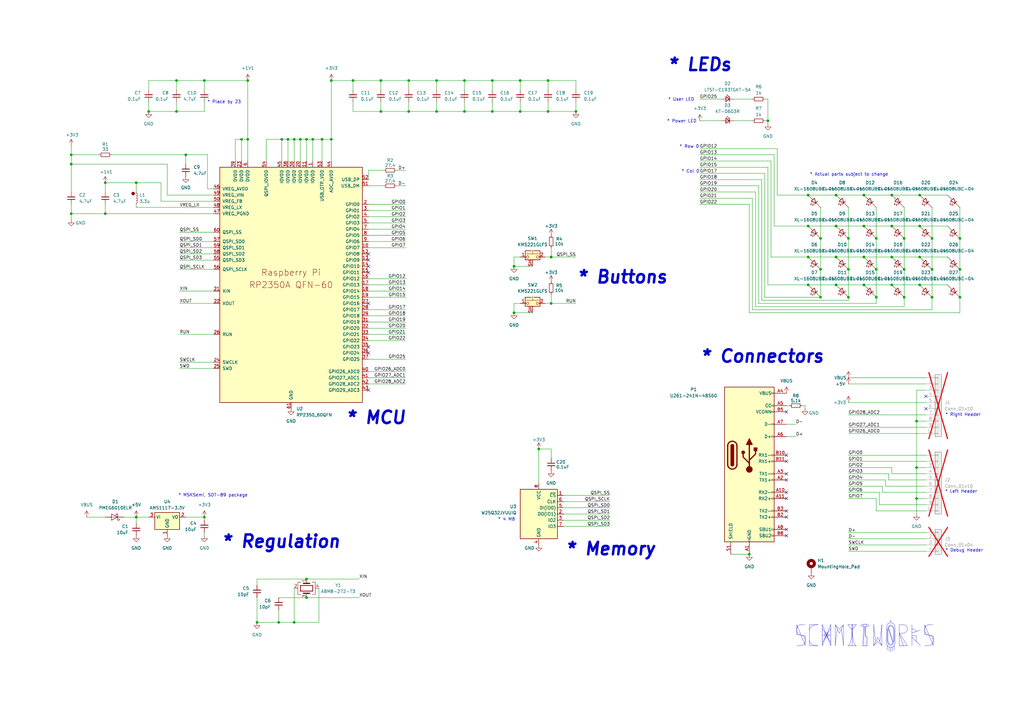
<source format=kicad_sch>
(kicad_sch (version 20250114) (generator "eeschema") (generator_version "9.0")
  (paper "A3")
  (title_block (title "Daedalus") (date "2025-03-24") (rev "B"))
  (bezier (pts (xy 349.5 256.1553) (xy 349.5 256.1553) (xy 349.5 264.8427) (xy 351.25 264.8427)) (stroke (width 0.0974)))
  (bezier (pts (xy 328.4976 256.2032) (xy 328.4976 256.2032) (xy 326.789 256.2032) (xy 326.789 258.3513)) (stroke (width 0.0974)))
  (bezier (pts (xy 379.2885 258.351) (xy 379.2885 260.499) (xy 381 260.499) (xy 381 260.499)) (stroke (width 0.0974)))
  (circle (center 54.61 79.375) (radius 0.635) (stroke (width 0) (color 132 0 0 1)) (fill (type color) (color 132 0 0 1)))
  (polyline (pts (xy 355.6508 256.5295) (xy 355.2835 256.9677) (xy 354.9161 256.9677) (xy 354.9161 260.9114) (xy 355.2835 261.3496) (xy 355.2835 264.855) (xy 354.1815 264.855) (xy 354.5488 256.9677) (xy 354.1815 256.9677) (xy 353.8142 256.5295) (xy 354.1815 256.0914) (xy 355.2835 256.0913) (xy 355.6508 256.5295)) (stroke (width 0.0699) (type solid)))
  (bezier (pts (xy 381 256.2031) (xy 381 256.2031) (xy 379.2885 256.2031) (xy 379.2885 258.351)) (stroke (width 0.0974)))
  (bezier (pts (xy 374.0427 257.9241) (xy 374.0427 257.9241) (xy 375.4277 258.0683) (xy 375.7739 259.0268)) (stroke (width 0.0974)))
  (bezier (pts (xy 363.5817 257.6057) (xy 363.5817 257.6057) (xy 363.5817 255.6289) (xy 364.6332 255.6289)) (stroke (width 0.0974)))
  (bezier (pts (xy 367.0866 257.6057) (xy 367.0866 257.6057) (xy 367.0866 255.6289) (xy 366.0351 255.6289)) (stroke (width 0.0974)))
  (bezier (pts (xy 328.4976 260.4995) (xy 328.4976 260.4995) (xy 330.2062 260.4995) (xy 330.2062 262.6476)) (stroke (width 0.0974)))
  (bezier (pts (xy 332 262.6709) (xy 332 262.6709) (xy 332 264.8427) (xy 335.5 264.8427)) (stroke (width 0.0974)))
  (bezier (pts (xy 367.0866 263.536) (xy 367.0866 263.536) (xy 367.0866 265.5127) (xy 365.3341 265.5127)) (stroke (width 0.0974)))
  (bezier (pts (xy 335.5 256.1553) (xy 335.5 256.1553) (xy 332 256.1553) (xy 332 258.3272)) (stroke (width 0.0974)))
  (bezier (pts (xy 370.4996 256.2027) (xy 370.4996 256.2027) (xy 372.1691 256.2027) (xy 372.1691 257.931)) (stroke (width 0.0974)))
  (bezier (pts (xy 347.75 264.8427) (xy 347.75 264.8427) (xy 349.5 265.2771) (xy 349.5 256.1553)) (stroke (width 0.0974)))
  (bezier (pts (xy 372.1691 257.931) (xy 372.1691 259.6594) (xy 370.4996 259.6594) (xy 370.4996 259.6594)) (stroke (width 0.0974)))
  (bezier (pts (xy 381 260.499) (xy 381 260.499) (xy 382.7115 260.499) (xy 382.7115 262.647)) (stroke (width 0.0974)))
  (polyline (pts (xy 382.7115 264.7458) (xy 381.0851 260.72) (xy 382.7115 260.72) (xy 382.7115 264.7458)) (stroke (width 0.0974) (type solid)))
  (bezier (pts (xy 366.0351 255.6289) (xy 366.0351 255.6289) (xy 365.3341 255.6289) (xy 365.3341 254.4428)) (stroke (width 0.0974)))
  (polyline (pts (xy 365.4065 256.4221) (xy 365.4776 256.4295) (xy 365.5472 256.4419) (xy 365.6155 256.4593) (xy 365.6824 256.4816) (xy 365.748 256.5089) (xy 365.8121 256.5411) (xy 365.8749 256.5783) (xy 365.9363 256.6205) (xy 365.9963 256.6676) (xy 366.0549 256.7196) (xy 366.1122 256.7767) (xy 366.1681 256.8387) (xy 366.2226 256.9056) (xy 366.2757 256.9775) (xy 366.3275 257.0544) (xy 366.377 257.1348) (xy 366.4233 257.2174) (xy 366.4664 257.3021) (xy 366.5063 257.3889) (xy 366.543 257.4779) (xy 366.5765 257.569) (xy 366.6068 257.6623) (xy 366.6339 257.7577) (xy 366.6579 257.8552) (xy 366.6786 257.9549) (xy 366.6962 258.0567) (xy 366.7105 258.1607) (xy 366.7217 258.2668) (xy 366.7297 258.375) (xy 366.7345 258.4854) (xy 366.7361 258.5979) (xy 366.7361 262.5437) (xy 366.7351 262.6257) (xy 366.7323 262.7069) (xy 366.7276 262.7872) (xy 366.7211 262.8666) (xy 366.7126 262.9451) (xy 366.7023 263.0228) (xy 366.6901 263.0995) (xy 366.676 263.1754) (xy 366.66 263.2505) (xy 366.6422 263.3246) (xy 366.6225 263.3979) (xy 366.6009 263.4703) (xy 366.5774 263.5418) (xy 366.5521 263.6124) (xy 366.5248 263.6822) (xy 366.4957 263.7511) (xy 366.4443 263.8687) (xy 366.39 263.9787) (xy 366.3329 264.0811) (xy 366.2729 264.1759) (xy 366.2102 264.2631) (xy 366.1446 264.3428) (xy 366.0763 264.4148) (xy 366.0051 264.4793) (xy 365.931 264.5362) (xy 365.893 264.5618) (xy 365.8542 264.5855) (xy 365.8148 264.6073) (xy 365.7746 264.6272) (xy 365.7337 264.6452) (xy 365.6921 264.6613) (xy 365.6498 264.6756) (xy 365.6069 264.6879) (xy 365.5632 264.6983) (xy 365.5188 264.7068) (xy 365.4737 264.7135) (xy 365.4279 264.7182) (xy 365.3341 264.722) (xy 365.2627 264.7195) (xy 365.1926 264.7121) (xy 365.1237 264.6997) (xy 365.0562 264.6823) (xy 364.9901 264.66) (xy 364.9252 264.6327) (xy 364.8616 264.6005) (xy 364.7994 264.5633) (xy 364.7385 264.5212) (xy 364.6788 264.474) (xy 364.6205 264.422) (xy 364.5636 264.3649) (xy 364.5079 264.3029) (xy 364.4535 264.236) (xy 364.4005 264.1641) (xy 364.3488 264.0872) (xy 364.2983 264.0068) (xy 364.2511 263.9242) (xy 364.2072 263.8395) (xy 364.1665 263.7527) (xy 364.1291 263.6637) (xy 364.0949 263.5726) (xy 364.064 263.4793) (xy 364.0363 263.3839) (xy 364.0119 263.2864) (xy 363.9908 263.1867) (xy 363.9729 263.0849) (xy 363.9582 262.9809) (xy 363.9468 262.8748) (xy 363.9387 262.7666) (xy 363.9338 262.6562) (xy 363.9322 262.5437) (xy 363.9322 258.5979) (xy 364.1885 258.5979) (xy 364.1885 262.5437) (xy 364.1899 262.6347) (xy 364.1938 262.724) (xy 364.2004 262.8117) (xy 364.2096 262.8977) (xy 364.2214 262.982) (xy 364.2359 263.0648) (xy 364.2529 263.1458) (xy 364.2727 263.2252) (xy 364.295 263.303) (xy 364.32 263.3791) (xy 364.3476 263.4535) (xy 364.3778 263.5263) (xy 364.4107 263.5974) (xy 364.4461 263.6669) (xy 364.4843 263.7347) (xy 364.525 263.8009) (xy 364.5676 263.8642) (xy 364.6112 263.9234) (xy 364.656 263.9786) (xy 364.7017 264.0296) (xy 364.7486 264.0766) (xy 364.7965 264.1195) (xy 364.8455 264.1583) (xy 364.8955 264.193) (xy 364.9466 264.2236) (xy 364.9988 264.2502) (xy 365.052 264.2726) (xy 365.079 264.2823) (xy 365.1063 264.291) (xy 365.1339 264.2987) (xy 365.1617 264.3053) (xy 365.1897 264.3109) (xy 365.2181 264.3155) (xy 365.2756 264.3217) (xy 365.3341 264.3237) (xy 365.3967 264.3213) (xy 365.458 264.314) (xy 365.5183 264.3018) (xy 365.5775 264.2848) (xy 365.6355 264.2629) (xy 365.6924 264.2362) (xy 365.7481 264.2046) (xy 365.8028 264.1681) (xy 365.8563 264.1268) (xy 365.9087 264.0806) (xy 365.9599 264.0295) (xy 366.0101 263.9736) (xy 366.0591 263.9128) (xy 366.1069 263.8472) (xy 366.1537 263.7767) (xy 366.1993 263.7013) (xy 364.3007 257.8262) (xy 364.2744 257.9199) (xy 364.2516 258.0144) (xy 364.2323 258.1097) (xy 364.2166 258.2058) (xy 364.2043 258.3027) (xy 364.1955 258.4003) (xy 364.1903 258.4987) (xy 364.1885 258.5979) (xy 363.9322 258.5979) (xy 363.9331 258.5174) (xy 363.9359 258.4376) (xy 363.9406 258.3587) (xy 363.9472 258.2805) (xy 363.9557 258.2031) (xy 363.966 258.1265) (xy 363.9782 258.0506) (xy 363.9923 257.9755) (xy 364.0082 257.9012) (xy 364.0261 257.8277) (xy 364.0458 257.755) (xy 364.0674 257.683) (xy 364.0908 257.6118) (xy 364.1162 257.5414) (xy 364.1434 257.4718) (xy 364.1567 257.4403) (xy 364.4689 257.4403) (xy 366.3595 263.3279) (xy 366.3858 263.234) (xy 366.4086 263.1388) (xy 366.4279 263.0426) (xy 366.4437 262.9451) (xy 366.4559 262.8465) (xy 366.4647 262.7468) (xy 366.4699 262.6458) (xy 366.4717 262.5437) (xy 366.4717 258.5979) (xy 366.4704 258.5069) (xy 366.4666 258.4176) (xy 366.4602 258.3299) (xy 366.4512 258.2439) (xy 366.4396 258.1596) (xy 366.4255 258.0769) (xy 366.4088 257.9958) (xy 366.3896 257.9164) (xy 366.3678 257.8386) (xy 366.3434 257.7626) (xy 366.3165 257.6881) (xy 366.2869 257.6153) (xy 366.2549 257.5442) (xy 366.2202 257.4747) (xy 366.183 257.4069) (xy 366.1432 257.3407) (xy 366.1007 257.2774) (xy 366.057 257.2182) (xy 366.0123 257.163) (xy 365.9665 257.112) (xy 365.9197 257.065) (xy 365.8717 257.0221) (xy 365.8228 256.9833) (xy 365.7727 256.9486) (xy 365.7216 256.918) (xy 365.6695 256.8914) (xy 365.6162 256.869) (xy 365.5892 256.8593) (xy 365.5619 256.8506) (xy 365.5344 256.8429) (xy 365.5066 256.8363) (xy 365.4785 256.8307) (xy 365.4502 256.8261) (xy 365.3927 256.82) (xy 365.3341 256.8179) (xy 365.2697 256.8203) (xy 365.2067 256.8276) (xy 365.1451 256.8398) (xy 365.0848 256.8568) (xy 365.0259 256.8787) (xy 364.9684 256.9054) (xy 364.9122 256.937) (xy 364.8575 256.9735) (xy 364.8041 257.0148) (xy 364.7521 257.061) (xy 364.7014 257.1121) (xy 364.6522 257.168) (xy 364.6043 257.2288) (xy 364.5578 257.2944) (xy 364.5127 257.3649) (xy 364.4689 257.4403) (xy 364.1567 257.4403) (xy 364.1725 257.4029) (xy 364.2249 257.2839) (xy 364.28 257.1725) (xy 364.3378 257.0688) (xy 364.3983 256.9727) (xy 364.4615 256.8844) (xy 364.5274 256.8037) (xy 364.596 256.7307) (xy 364.6672 256.6654) (xy 364.7412 256.6078) (xy 364.7791 256.5819) (xy 364.8178 256.5579) (xy 364.8571 256.5358) (xy 364.8971 256.5156) (xy 364.9378 256.4974) (xy 364.9791 256.4811) (xy 365.0212 256.4667) (xy 365.0639 256.4542) (xy 365.1072 256.4436) (xy 365.1513 256.435) (xy 365.196 256.4282) (xy 365.2413 256.4234) (xy 365.3341 256.4196) (xy 365.4065 256.4221)) (stroke (width 0.0976) (type solid)))
  (polyline (pts (xy 380.9635 260.2747) (xy 379.2885 260.2747) (xy 379.2885 256.2556) (xy 380.9635 260.2747)) (stroke (width 0.0974) (type solid)))
  (bezier (pts (xy 382.7115 262.647) (xy 382.7115 264.795) (xy 381 264.795) (xy 381 264.795)) (stroke (width 0.0974)))
  (polyline (pts (xy 339.0346 259.5895) (xy 339.069 259.5927) (xy 339.1031 259.598) (xy 339.1368 259.6054) (xy 339.1702 259.6148) (xy 339.203 259.6262) (xy 339.2354 259.6396) (xy 339.2671 259.655) (xy 339.2983 259.6723) (xy 339.3287 259.6915) (xy 339.3584 259.7125) (xy 339.3873 259.7354) (xy 339.4153 259.7601) (xy 339.4424 259.7865) (xy 339.4685 259.8148) (xy 339.4936 259.8447) (xy 339.5174 259.8761) (xy 339.5399 259.9088) (xy 339.5611 259.9428) (xy 339.5807 259.9779) (xy 339.599 260.0141) (xy 339.6158 260.0514) (xy 339.6311 260.0895) (xy 339.6449 260.1285) (xy 339.6571 260.1684) (xy 339.6678 260.2089) (xy 339.677 260.2501) (xy 339.6845 260.2919) (xy 339.6904 260.3342) (xy 339.6946 260.3769) (xy 339.6972 260.42) (xy 339.698 260.4634) (xy 339.6971 260.5084) (xy 339.6944 260.5528) (xy 339.69 260.5966) (xy 339.6838 260.6397) (xy 339.6666 260.7236) (xy 339.6432 260.804) (xy 339.6138 260.8804) (xy 339.5788 260.9526) (xy 339.5386 261.0199) (xy 339.4936 261.0821) (xy 339.4693 261.111) (xy 339.444 261.1385) (xy 339.4176 261.1645) (xy 339.3903 261.1889) (xy 339.362 261.2117) (xy 339.3327 261.2327) (xy 339.3026 261.2521) (xy 339.2717 261.2696) (xy 339.24 261.2853) (xy 339.2076 261.299) (xy 339.1745 261.3108) (xy 339.1407 261.3206) (xy 339.1063 261.3283) (xy 339.0714 261.3338) (xy 339.036 261.3372) (xy 339 261.3383) (xy 338.9654 261.3373) (xy 338.931 261.3341) (xy 338.897 261.3288) (xy 338.8632 261.3214) (xy 338.8299 261.312) (xy 338.797 261.3005) (xy 338.7647 261.2871) (xy 338.7329 261.2718) (xy 338.7018 261.2545) (xy 338.6714 261.2353) (xy 338.6417 261.2142) (xy 338.6128 261.1913) (xy 338.5848 261.1667) (xy 338.5577 261.1402) (xy 338.5316 261.112) (xy 338.5065 261.0821) (xy 338.4826 261.0506) (xy 338.4601 261.0179) (xy 338.439 260.9839) (xy 338.4193 260.9488) (xy 338.4011 260.9126) (xy 338.3843 260.8754) (xy 338.369 260.8372) (xy 338.3552 260.7982) (xy 338.3429 260.7584) (xy 338.3322 260.7179) (xy 338.3231 260.6767) (xy 338.3156 260.6349) (xy 338.3097 260.5926) (xy 338.3055 260.5499) (xy 338.3029 260.5068) (xy 338.302 260.4634) (xy 338.3029 260.42) (xy 338.3055 260.3769) (xy 338.3097 260.3342) (xy 338.3156 260.2919) (xy 338.3231 260.2501) (xy 338.3322 260.2089) (xy 338.3429 260.1684) (xy 338.3552 260.1285) (xy 338.369 260.0895) (xy 338.3843 260.0514) (xy 338.4011 260.0141) (xy 338.4193 259.9779) (xy 338.439 259.9428) (xy 338.4601 259.9088) (xy 338.4826 259.8761) (xy 338.5065 259.8447) (xy 338.5316 259.8148) (xy 338.5577 259.7865) (xy 338.5848 259.7601) (xy 338.6128 259.7354) (xy 338.6417 259.7125) (xy 338.6714 259.6915) (xy 338.7018 259.6723) (xy 338.7329 259.655) (xy 338.7647 259.6396) (xy 338.797 259.6262) (xy 338.8299 259.6148) (xy 338.8632 259.6054) (xy 338.897 259.598) (xy 338.931 259.5927) (xy 338.9654 259.5895) (xy 339 259.5884) (xy 339.0346 259.5895)) (stroke (width 0.107) (type solid)))
  (bezier (pts (xy 330.2062 262.6476) (xy 330.2062 264.7958) (xy 328.4976 264.7958) (xy 328.4976 264.7958)) (stroke (width 0.0974)))
  (polyline (pts (xy 330.2062 264.7466) (xy 328.5825 260.7205) (xy 330.2062 260.7205) (xy 330.2062 264.7466)) (stroke (width 0.0974) (type solid)))
  (bezier (pts (xy 326.789 258.3513) (xy 326.789 260.4995) (xy 328.4976 260.4995) (xy 328.4976 260.4995)) (stroke (width 0.0974)))
  (bezier (pts (xy 364.6332 255.6289) (xy 364.6332 255.6289) (xy 365.3341 255.6289) (xy 365.3341 254.4428)) (stroke (width 0.0974)))
  (polyline (pts (xy 355.8 256.0943) (xy 356.5 256.5318) (xy 355.8 256.9693) (xy 355.1 256.9693) (xy 355.1 260.9068) (xy 355.8 261.3441) (xy 355.8 264.8441) (xy 353.7 264.8441) (xy 354.4 256.9691) (xy 353.7 256.9691) (xy 353 256.5316) (xy 353.7 256.0941) (xy 355.8 256.0943)) (stroke (width 0.0699) (type solid)))
  (bezier (pts (xy 365.3341 265.5127) (xy 363.5817 265.5127) (xy 363.5817 263.536) (xy 363.5817 263.536)) (stroke (width 0.0974)))
  (polyline (pts (xy 328.4612 260.2751) (xy 326.789 260.2751) (xy 326.789 256.2557) (xy 328.4612 260.2751)) (stroke (width 0.0974) (type solid)))
  (text "* Memory" (at 250.444 225.298 0) (effects (font (size 5.08 5.08) (thickness 1.016) (bold yes) (italic yes))))
  (text "* Row 0" (at 282.702 60.198 0) (effects (font (size 1.27 1.27))))
  (text "* Regulation" (at 115.316 222.25 0) (effects (font (size 5.08 5.08) (thickness 1.016) (bold yes) (italic yes))))
  (text "* Buttons" (at 255.27 113.792 0) (effects (font (size 5.08 5.08) (thickness 1.016) (bold yes) (italic yes))))
  (text "* Connectors" (at 312.674 146.304 0) (effects (font (size 5.08 5.08) (thickness 1.016) (bold yes) (italic yes))))
  (text "* Col 0" (at 283.21 70.358 0) (effects (font (size 1.27 1.27))))
  (text "* User LED" (at 279.4 40.894 0) (effects (font (size 1.27 1.27))))
  (text "* MCU" (at 154.178 171.45 0) (effects (font (size 5.08 5.08) (thickness 1.016) (bold yes) (italic yes))))
  (text "* Debug Header" (at 395.478 225.806 0) (effects (font (size 1.27 1.27))))
  (text "* MSKSemi, SOT-89 package" (at 87.376 203.2 0) (effects (font (size 1.27 1.27))))
  (text "* Place by 23" (at 91.948 41.91 0) (effects (font (size 1.27 1.27))))
  (text "* Right Header" (at 394.97 170.18 0) (effects (font (size 1.27 1.27))))
  (text "* 4 MB" (at 207.772 213.106 0) (effects (font (size 1.27 1.27))))
  (text "* Power LED" (at 279.654 49.784 0) (effects (font (size 1.27 1.27))))
  (text "* LEDs" (at 287.02 26.67 0) (effects (font (size 5.08 5.08) (thickness 1.016) (bold yes) (italic yes))))
  (text "* Left Header" (at 394.208 201.676 0) (effects (font (size 1.27 1.27))))
  (text "* Actual parts subject to change" (at 348.234 71.628 0) (effects (font (size 1.27 1.27))))
  (junction (at 179.07 33.02))
  (junction (at 120.65 57.15))
  (junction (at 101.6 57.15))
  (junction (at 370.84 121.92))
  (junction (at 375.92 204.47))
  (junction (at 43.18 87.63))
  (junction (at 236.22 45.72))
  (junction (at 336.55 110.49))
  (junction (at 29.21 63.5))
  (junction (at 210.82 109.22))
  (junction (at 132.08 57.15))
  (junction (at 125.73 245.11))
  (junction (at 55.88 212.09))
  (junction (at 307.34 227.33))
  (junction (at 76.2 63.5))
  (junction (at 190.5 45.72))
  (junction (at 342.9 80.01))
  (junction (at 135.89 33.02))
  (junction (at 342.9 105.41))
  (junction (at 125.73 237.49))
  (junction (at 72.39 33.02))
  (junction (at 120.65 255.27))
  (junction (at 382.27 97.79))
  (junction (at 128.27 57.15))
  (junction (at 55.88 74.93))
  (junction (at 370.84 97.79))
  (junction (at 156.21 45.72))
  (junction (at 359.41 97.79))
  (junction (at 375.92 172.72))
  (junction (at 393.7 121.92))
  (junction (at 101.6 33.02))
  (junction (at 201.93 33.02))
  (junction (at 359.41 121.92))
  (junction (at 43.18 74.93))
  (junction (at 118.11 57.15))
  (junction (at 123.19 57.15))
  (junction (at 382.27 110.49))
  (junction (at 382.27 121.92))
  (junction (at 354.33 105.41))
  (junction (at 115.57 57.15))
  (junction (at 114.3 255.27))
  (junction (at 226.06 124.46))
  (junction (at 347.98 121.92))
  (junction (at 220.98 184.15))
  (junction (at 331.47 80.01))
  (junction (at 365.76 92.71))
  (junction (at 83.82 33.02))
  (junction (at 156.21 33.02))
  (junction (at 342.9 116.84))
  (junction (at 359.41 110.49))
  (junction (at 342.9 92.71))
  (junction (at 72.39 45.72))
  (junction (at 354.33 116.84))
  (junction (at 213.36 45.72))
  (junction (at 190.5 33.02))
  (junction (at 314.96 49.53))
  (junction (at 336.55 97.79))
  (junction (at 167.64 45.72))
  (junction (at 105.41 255.27))
  (junction (at 201.93 45.72))
  (junction (at 331.47 92.71))
  (junction (at 226.06 105.41))
  (junction (at 224.79 33.02))
  (junction (at 393.7 110.49))
  (junction (at 347.98 97.79))
  (junction (at 365.76 105.41))
  (junction (at 60.96 45.72))
  (junction (at 167.64 33.02))
  (junction (at 365.76 116.84))
  (junction (at 370.84 110.49))
  (junction (at 347.98 110.49))
  (junction (at 135.89 57.15))
  (junction (at 354.33 80.01))
  (junction (at 377.19 80.01))
  (junction (at 331.47 105.41))
  (junction (at 365.76 80.01))
  (junction (at 179.07 45.72))
  (junction (at 29.21 67.31))
  (junction (at 331.47 116.84))
  (junction (at 375.92 191.77))
  (junction (at 29.21 87.63))
  (junction (at 336.55 121.92))
  (junction (at 125.73 57.15))
  (junction (at 224.79 45.72))
  (junction (at 393.7 97.79))
  (junction (at 377.19 116.84))
  (junction (at 213.36 33.02))
  (junction (at 99.06 57.15))
  (junction (at 210.82 128.27))
  (junction (at 377.19 105.41))
  (junction (at 83.82 212.09))
  (junction (at 354.33 92.71))
  (junction (at 144.78 33.02))
  (junction (at 377.19 92.71))
  (no_connect (at 151.13 160.02))
  (no_connect (at 322.58 204.47))
  (no_connect (at 151.13 144.78))
  (no_connect (at 379.73 162.56))
  (no_connect (at 151.13 124.46))
  (no_connect (at 151.13 106.68))
  (no_connect (at 322.58 168.91))
  (no_connect (at 151.13 111.76))
  (no_connect (at 151.13 109.22))
  (no_connect (at 151.13 142.24))
  (no_connect (at 322.58 189.23))
  (no_connect (at 322.58 212.09))
  (no_connect (at 322.58 196.85))
  (no_connect (at 322.58 219.71))
  (no_connect (at 322.58 194.31))
  (no_connect (at 322.58 217.17))
  (no_connect (at 322.58 201.93))
  (no_connect (at 322.58 186.69))
  (no_connect (at 322.58 209.55))
  (no_connect (at 379.73 167.64))
  (no_connect (at 151.13 104.14))
  (wire (pts (xy 179.07 45.72) (xy 179.07 41.91)))
  (wire (pts (xy 318.77 60.96) (xy 318.77 80.01)))
  (wire (pts (xy 76.2 63.5) (xy 85.09 63.5)))
  (wire (pts (xy 83.82 33.02) (xy 101.6 33.02)))
  (wire (pts (xy 311.15 124.46) (xy 359.41 124.46)))
  (wire (pts (xy 43.18 74.93) (xy 43.18 78.74)))
  (wire (pts (xy 210.82 124.46) (xy 213.36 124.46)))
  (wire (pts (xy 60.96 36.83) (xy 60.96 33.02)))
  (polyline (pts (xy 342.5384 264.7958) (xy 343.3942 258.0113)) (stroke (width 0.0974) (type solid)))
  (wire (pts (xy 83.82 212.09) (xy 83.82 213.36)))
  (wire (pts (xy 87.63 99.06) (xy 73.66 99.06)))
  (wire (pts (xy 179.07 36.83) (xy 179.07 33.02)))
  (wire (pts (xy 156.21 41.91) (xy 156.21 45.72)))
  (wire (pts (xy 236.22 36.83) (xy 236.22 33.02)))
  (wire (pts (xy 151.13 154.94) (xy 166.37 154.94)))
  (wire (pts (xy 123.19 57.15) (xy 125.73 57.15)))
  (polyline (pts (xy 339 260.493) (xy 340.75 264.8428)) (stroke (width 0.107) (type solid)))
  (polyline (pts (xy 381 264.795) (xy 379.2885 264.795)) (stroke (width 0.0974) (type solid)))
  (polyline (pts (xy 374.0427 260.6724) (xy 375.7739 260.6724)) (stroke (width 0.0974) (type solid)))
  (wire (pts (xy 87.63 119.38) (xy 73.66 119.38)))
  (polyline (pts (xy 363.9322 264.7734) (xy 363.9322 266.6988)) (stroke (width 0.0974) (type solid)))
  (wire (pts (xy 312.42 73.66) (xy 312.42 123.19)))
  (polyline (pts (xy 374.0427 261.3594) (xy 377.5051 264.7947)) (stroke (width 0.0974) (type solid)))
  (wire (pts (xy 382.27 121.92) (xy 382.27 110.49)))
  (wire (pts (xy 87.63 137.16) (xy 73.66 137.16)))
  (wire (pts (xy 375.92 204.47) (xy 375.92 210.82)))
  (wire (pts (xy 135.89 33.02) (xy 135.89 57.15)))
  (wire (pts (xy 35.56 212.09) (xy 43.18 212.09)))
  (polyline (pts (xy 344.25 258.0113) (xy 345.9616 256.3152)) (stroke (width 0.0974) (type solid)))
  (polyline (pts (xy 337.2501 256.1432) (xy 339 260.493)) (stroke (width 0.107) (type solid)))
  (wire (pts (xy 300.99 40.64) (xy 308.61 40.64)))
  (wire (pts (xy 379.73 199.39) (xy 363.22 199.39)))
  (polyline (pts (xy 374.0427 261.3594) (xy 374.0427 264.7947)) (stroke (width 0.0974) (type solid)))
  (wire (pts (xy 287.02 66.04) (xy 316.23 66.04)))
  (wire (pts (xy 316.23 66.04) (xy 316.23 105.41)))
  (wire (pts (xy 120.65 255.27) (xy 130.81 255.27)))
  (wire (pts (xy 151.13 99.06) (xy 166.37 99.06)))
  (wire (pts (xy 125.73 66.04) (xy 125.73 57.15)))
  (wire (pts (xy 144.78 36.83) (xy 144.78 33.02)))
  (wire (pts (xy 210.82 128.27) (xy 218.44 128.27)))
  (wire (pts (xy 128.27 66.04) (xy 128.27 57.15)))
  (polyline (pts (xy 347.75 264.8427) (xy 351.25 264.8427)) (stroke (width 0.0974) (type solid)))
  (wire (pts (xy 393.7 85.09) (xy 393.7 97.79)))
  (polyline (pts (xy 360.8556 263.1161) (xy 361.7113 256.2035)) (stroke (width 0.0974) (type solid)))
  (wire (pts (xy 151.13 129.54) (xy 166.37 129.54)))
  (wire (pts (xy 29.21 67.31) (xy 29.21 78.74)))
  (wire (pts (xy 379.73 196.85) (xy 364.49 196.85)))
  (wire (pts (xy 379.73 165.1) (xy 347.98 165.1)))
  (wire (pts (xy 118.11 66.04) (xy 118.11 57.15)))
  (wire (pts (xy 342.9 80.01) (xy 354.33 80.01)))
  (wire (pts (xy 308.61 81.28) (xy 308.61 127)))
  (wire (pts (xy 43.18 87.63) (xy 87.63 87.63)))
  (wire (pts (xy 123.19 66.04) (xy 123.19 57.15)))
  (wire (pts (xy 287.02 78.74) (xy 309.88 78.74)))
  (wire (pts (xy 144.78 45.72) (xy 156.21 45.72)))
  (wire (pts (xy 317.5 92.71) (xy 331.47 92.71)))
  (wire (pts (xy 125.73 57.15) (xy 128.27 57.15)))
  (polyline (pts (xy 347.75 256.1553) (xy 349.5 258.3272)) (stroke (width 0.0974) (type solid)))
  (wire (pts (xy 87.63 101.6) (xy 73.66 101.6)))
  (polyline (pts (xy 382.7115 256.2031) (xy 381 256.2031)) (stroke (width 0.0974) (type solid)))
  (polyline (pts (xy 349.5 258.3272) (xy 351.25 256.1553)) (stroke (width 0.0974) (type solid)))
  (wire (pts (xy 55.88 85.09) (xy 55.88 83.82)))
  (wire (pts (xy 365.76 116.84) (xy 377.19 116.84)))
  (wire (pts (xy 370.84 97.79) (xy 370.84 85.09)))
  (wire (pts (xy 347.98 223.52) (xy 379.73 223.52)))
  (wire (pts (xy 60.96 41.91) (xy 60.96 45.72)))
  (polyline (pts (xy 342.5384 264.7958) (xy 342.5384 256.3152)) (stroke (width 0.0974) (type solid)))
  (wire (pts (xy 76.2 63.5) (xy 76.2 67.31)))
  (wire (pts (xy 236.22 33.02) (xy 224.79 33.02)))
  (wire (pts (xy 347.98 154.94) (xy 379.73 154.94)))
  (wire (pts (xy 314.96 49.53) (xy 313.69 49.53)))
  (wire (pts (xy 213.36 36.83) (xy 213.36 33.02)))
  (wire (pts (xy 365.76 92.71) (xy 377.19 92.71)))
  (wire (pts (xy 151.13 83.82) (xy 166.37 83.82)))
  (wire (pts (xy 87.63 148.59) (xy 73.66 148.59)))
  (wire (pts (xy 226.06 124.46) (xy 236.22 124.46)))
  (wire (pts (xy 151.13 132.08) (xy 166.37 132.08)))
  (wire (pts (xy 201.93 36.83) (xy 201.93 33.02)))
  (wire (pts (xy 210.82 109.22) (xy 218.44 109.22)))
  (wire (pts (xy 151.13 93.98) (xy 166.37 93.98)))
  (wire (pts (xy 224.79 45.72) (xy 224.79 41.91)))
  (wire (pts (xy 120.65 57.15) (xy 123.19 57.15)))
  (wire (pts (xy 347.98 196.85) (xy 363.22 196.85)))
  (wire (pts (xy 151.13 134.62) (xy 166.37 134.62)))
  (wire (pts (xy 382.27 97.79) (xy 382.27 85.09)))
  (wire (pts (xy 87.63 106.68) (xy 73.66 106.68)))
  (wire (pts (xy 360.68 201.93) (xy 360.68 207.01)))
  (wire (pts (xy 318.77 80.01) (xy 331.47 80.01)))
  (wire (pts (xy 179.07 45.72) (xy 190.5 45.72)))
  (wire (pts (xy 66.04 82.55) (xy 66.04 74.93)))
  (polyline (pts (xy 340.745 263.5258) (xy 339 260.4634)) (stroke (width 0.107) (type solid)))
  (wire (pts (xy 287.02 76.2) (xy 311.15 76.2)))
  (wire (pts (xy 287.02 71.12) (xy 313.69 71.12)))
  (wire (pts (xy 375.92 172.72) (xy 375.92 191.77)))
  (polyline (pts (xy 370.4996 259.6594) (xy 368.83 259.6594)) (stroke (width 0.0974) (type solid)))
  (wire (pts (xy 157.48 76.2) (xy 151.13 76.2)))
  (wire (pts (xy 382.27 127) (xy 382.27 121.92)))
  (wire (pts (xy 190.5 45.72) (xy 190.5 41.91)))
  (wire (pts (xy 87.63 104.14) (xy 73.66 104.14)))
  (wire (pts (xy 226.06 120.65) (xy 226.06 124.46)))
  (wire (pts (xy 287.02 40.64) (xy 295.91 40.64)))
  (wire (pts (xy 330.2 166.37) (xy 328.93 166.37)))
  (wire (pts (xy 101.6 66.04) (xy 101.6 57.15)))
  (wire (pts (xy 99.06 66.04) (xy 99.06 57.15)))
  (wire (pts (xy 190.5 33.02) (xy 201.93 33.02)))
  (wire (pts (xy 342.9 116.84) (xy 354.33 116.84)))
  (wire (pts (xy 370.84 110.49) (xy 370.84 97.79)))
  (wire (pts (xy 135.89 33.02) (xy 144.78 33.02)))
  (wire (pts (xy 382.27 110.49) (xy 382.27 97.79)))
  (wire (pts (xy 287.02 60.96) (xy 318.77 60.96)))
  (wire (pts (xy 359.41 97.79) (xy 359.41 85.09)))
  (wire (pts (xy 309.88 78.74) (xy 309.88 125.73)))
  (wire (pts (xy 151.13 88.9) (xy 166.37 88.9)))
  (wire (pts (xy 377.19 80.01) (xy 388.62 80.01)))
  (polyline (pts (xy 347.75 256.1553) (xy 351.25 256.1553)) (stroke (width 0.0974) (type solid)))
  (polyline (pts (xy 339 260.4634) (xy 340.745 257.8385)) (stroke (width 0.107) (type solid)))
  (polyline (pts (xy 345.1058 258.0113) (xy 345.9616 264.7958)) (stroke (width 0.0974) (type solid)))
  (wire (pts (xy 156.21 36.83) (xy 156.21 33.02)))
  (wire (pts (xy 29.21 87.63) (xy 29.21 90.17)))
  (wire (pts (xy 50.8 212.09) (xy 55.88 212.09)))
  (wire (pts (xy 393.7 97.79) (xy 393.7 110.49)))
  (polyline (pts (xy 366.7361 264.7734) (xy 366.7361 266.6988)) (stroke (width 0.0974) (type solid)))
  (polyline (pts (xy 340.75 256.1431) (xy 340.75 264.8442)) (stroke (width 0.107) (type solid)))
  (wire (pts (xy 213.36 45.72) (xy 224.79 45.72)))
  (wire (pts (xy 151.13 114.3) (xy 166.37 114.3)))
  (wire (pts (xy 105.41 255.27) (xy 114.3 255.27)))
  (wire (pts (xy 68.58 80.01) (xy 87.63 80.01)))
  (polyline (pts (xy 349.5 264.8427) (xy 349.5 256.1553)) (stroke (width 0.0974) (type solid)))
  (wire (pts (xy 307.34 128.27) (xy 393.7 128.27)))
  (wire (pts (xy 360.68 207.01) (xy 379.73 207.01)))
  (wire (pts (xy 309.88 125.73) (xy 370.84 125.73)))
  (wire (pts (xy 331.47 105.41) (xy 342.9 105.41)))
  (wire (pts (xy 162.56 69.85) (xy 166.37 69.85)))
  (wire (pts (xy 342.9 92.71) (xy 354.33 92.71)))
  (wire (pts (xy 179.07 33.02) (xy 190.5 33.02)))
  (polyline (pts (xy 368.83 259.6594) (xy 372.1692 264.8444)) (stroke (width 0.0974) (type solid)))
  (polyline (pts (xy 368.83 259.6594) (xy 370.4996 264.8444)) (stroke (width 0.0974) (type solid)))
  (wire (pts (xy 118.11 57.15) (xy 120.65 57.15)))
  (wire (pts (xy 72.39 45.72) (xy 60.96 45.72)))
  (wire (pts (xy 231.14 208.28) (xy 250.19 208.28)))
  (wire (pts (xy 323.85 166.37) (xy 322.58 166.37)))
  (wire (pts (xy 151.13 96.52) (xy 166.37 96.52)))
  (wire (pts (xy 359.41 204.47) (xy 359.41 209.55)))
  (wire (pts (xy 220.98 184.15) (xy 220.98 198.12)))
  (wire (pts (xy 72.39 45.72) (xy 83.82 45.72)))
  (wire (pts (xy 72.39 33.02) (xy 83.82 33.02)))
  (wire (pts (xy 314.96 116.84) (xy 331.47 116.84)))
  (wire (pts (xy 359.41 121.92) (xy 359.41 110.49)))
  (wire (pts (xy 83.82 41.91) (xy 83.82 45.72)))
  (wire (pts (xy 55.88 85.09) (xy 87.63 85.09)))
  (polyline (pts (xy 337.2551 257.8385) (xy 339 260.4634)) (stroke (width 0.107) (type solid)))
  (wire (pts (xy 354.33 116.84) (xy 365.76 116.84)))
  (wire (pts (xy 68.58 67.31) (xy 68.58 80.01)))
  (wire (pts (xy 393.7 121.92) (xy 393.7 128.27)))
  (polyline (pts (xy 363.5817 261.5592) (xy 363.5817 257.6057)) (stroke (width 0.0974) (type solid)))
  (polyline (pts (xy 368.83 264.8444) (xy 368.83 256.2027)) (stroke (width 0.0974) (type solid)))
  (wire (pts (xy 359.41 110.49) (xy 359.41 97.79)))
  (polyline (pts (xy 359.9999 263.1161) (xy 361.7113 264.8443)) (stroke (width 0.0974) (type solid)))
  (polyline (pts (xy 364.6332 265.3825) (xy 364.6332 267.0941)) (stroke (width 0.0974) (type solid)))
  (wire (pts (xy 72.39 33.02) (xy 60.96 33.02)))
  (wire (pts (xy 220.98 184.15) (xy 226.06 184.15)))
  (wire (pts (xy 342.9 105.41) (xy 354.33 105.41)))
  (wire (pts (xy 125.73 245.11) (xy 147.32 245.11)))
  (wire (pts (xy 377.19 92.71) (xy 388.62 92.71)))
  (wire (pts (xy 347.98 170.18) (xy 379.73 170.18)))
  (wire (pts (xy 115.57 57.15) (xy 118.11 57.15)))
  (wire (pts (xy 55.88 74.93) (xy 55.88 78.74)))
  (wire (pts (xy 299.72 227.33) (xy 307.34 227.33)))
  (wire (pts (xy 105.41 237.49) (xy 125.73 237.49)))
  (wire (pts (xy 226.06 101.6) (xy 226.06 105.41)))
  (wire (pts (xy 365.76 80.01) (xy 377.19 80.01)))
  (wire (pts (xy 96.52 57.15) (xy 99.06 57.15)))
  (wire (pts (xy 365.76 105.41) (xy 377.19 105.41)))
  (wire (pts (xy 29.21 63.5) (xy 40.64 63.5)))
  (wire (pts (xy 132.08 66.04) (xy 132.08 57.15)))
  (wire (pts (xy 45.72 63.5) (xy 76.2 63.5)))
  (polyline (pts (xy 342.5384 256.3152) (xy 344.25 258.0113)) (stroke (width 0.0974) (type solid)))
  (wire (pts (xy 331.47 92.71) (xy 342.9 92.71)))
  (wire (pts (xy 231.14 203.2) (xy 250.19 203.2)))
  (wire (pts (xy 114.3 245.11) (xy 125.73 245.11)))
  (polyline (pts (xy 367.0866 261.5592) (xy 367.0866 257.6057)) (stroke (width 0.0974) (type solid)))
  (wire (pts (xy 151.13 152.4) (xy 166.37 152.4)))
  (wire (pts (xy 99.06 57.15) (xy 101.6 57.15)))
  (polyline (pts (xy 342.5384 256.3152) (xy 344.25 259.7074)) (stroke (width 0.0974) (type solid)))
  (wire (pts (xy 370.84 121.92) (xy 370.84 110.49)))
  (polyline (pts (xy 363.5817 263.536) (xy 363.5817 261.5592)) (stroke (width 0.0974) (type solid)))
  (wire (pts (xy 287.02 81.28) (xy 308.61 81.28)))
  (polyline (pts (xy 332 262.6709) (xy 332 264.8427)) (stroke (width 0.0974) (type solid)))
  (wire (pts (xy 226.06 105.41) (xy 236.22 105.41)))
  (wire (pts (xy 379.73 175.26) (xy 347.98 175.26)))
  (wire (pts (xy 151.13 137.16) (xy 166.37 137.16)))
  (wire (pts (xy 287.02 49.53) (xy 295.91 49.53)))
  (polyline (pts (xy 359.9999 261.3879) (xy 361.7113 264.8443)) (stroke (width 0.0974) (type solid)))
  (wire (pts (xy 87.63 95.25) (xy 73.66 95.25)))
  (wire (pts (xy 87.63 82.55) (xy 66.04 82.55)))
  (polyline (pts (xy 332 256.1553) (xy 335.5 256.1553)) (stroke (width 0.0974) (type solid)))
  (wire (pts (xy 29.21 67.31) (xy 68.58 67.31)))
  (polyline (pts (xy 367.0866 261.5592) (xy 367.0866 263.536)) (stroke (width 0.0974) (type solid)))
  (wire (pts (xy 331.47 80.01) (xy 342.9 80.01)))
  (wire (pts (xy 167.64 36.83) (xy 167.64 33.02)))
  (wire (pts (xy 72.39 45.72) (xy 72.39 41.91)))
  (wire (pts (xy 156.21 45.72) (xy 167.64 45.72)))
  (wire (pts (xy 365.76 191.77) (xy 365.76 194.31)))
  (wire (pts (xy 231.14 205.74) (xy 250.19 205.74)))
  (wire (pts (xy 201.93 45.72) (xy 201.93 41.91)))
  (wire (pts (xy 151.13 121.92) (xy 166.37 121.92)))
  (wire (pts (xy 201.93 33.02) (xy 213.36 33.02)))
  (wire (pts (xy 156.21 33.02) (xy 167.64 33.02)))
  (wire (pts (xy 210.82 128.27) (xy 210.82 124.46)))
  (wire (pts (xy 314.96 49.53) (xy 314.96 50.8)))
  (wire (pts (xy 313.69 121.92) (xy 336.55 121.92)))
  (polyline (pts (xy 339 260.4634) (xy 337.2551 263.5258)) (stroke (width 0.107) (type solid)))
  (wire (pts (xy 312.42 123.19) (xy 347.98 123.19)))
  (wire (pts (xy 87.63 124.46) (xy 73.66 124.46)))
  (wire (pts (xy 120.65 66.04) (xy 120.65 57.15)))
  (wire (pts (xy 151.13 119.38) (xy 166.37 119.38)))
  (wire (pts (xy 167.64 45.72) (xy 167.64 41.91)))
  (wire (pts (xy 313.69 71.12) (xy 313.69 121.92)))
  (wire (pts (xy 236.22 41.91) (xy 236.22 45.72)))
  (wire (pts (xy 347.98 110.49) (xy 347.98 97.79)))
  (wire (pts (xy 330.2 166.37) (xy 330.2 167.64)))
  (wire (pts (xy 326.39 179.07) (xy 322.58 179.07)))
  (wire (pts (xy 115.57 66.04) (xy 115.57 57.15)))
  (wire (pts (xy 29.21 83.82) (xy 29.21 87.63)))
  (wire (pts (xy 43.18 83.82) (xy 43.18 87.63)))
  (wire (pts (xy 213.36 105.41) (xy 210.82 105.41)))
  (wire (pts (xy 151.13 91.44) (xy 166.37 91.44)))
  (wire (pts (xy 287.02 83.82) (xy 307.34 83.82)))
  (wire (pts (xy 231.14 210.82) (xy 250.19 210.82)))
  (wire (pts (xy 85.09 77.47) (xy 87.63 77.47)))
  (wire (pts (xy 151.13 116.84) (xy 166.37 116.84)))
  (polyline (pts (xy 358.2884 256.2035) (xy 358.2884 264.8443)) (stroke (width 0.0974) (type solid)))
  (wire (pts (xy 359.41 124.46) (xy 359.41 121.92)))
  (wire (pts (xy 361.95 199.39) (xy 361.95 201.93)))
  (wire (pts (xy 354.33 105.41) (xy 365.76 105.41)))
  (polyline (pts (xy 374.0387 256.2033) (xy 374.0387 259.5915)) (stroke (width 0.0974) (type solid)))
  (wire (pts (xy 151.13 127) (xy 166.37 127)))
  (wire (pts (xy 201.93 45.72) (xy 213.36 45.72)))
  (wire (pts (xy 311.15 76.2) (xy 311.15 124.46)))
  (wire (pts (xy 331.47 116.84) (xy 342.9 116.84)))
  (wire (pts (xy 347.98 123.19) (xy 347.98 121.92)))
  (polyline (pts (xy 339 260.493) (xy 340.75 256.1432)) (stroke (width 0.107) (type solid)))
  (wire (pts (xy 87.63 151.13) (xy 73.66 151.13)))
  (polyline (pts (xy 332 258.3272) (xy 332 262.6709)) (stroke (width 0.0974) (type solid)))
  (wire (pts (xy 300.99 49.53) (xy 308.61 49.53)))
  (polyline (pts (xy 358.2884 264.8443) (xy 359.9999 263.1161)) (stroke (width 0.0974) (type solid)))
  (wire (pts (xy 379.73 201.93) (xy 361.95 201.93)))
  (wire (pts (xy 287.02 73.66) (xy 312.42 73.66)))
  (wire (pts (xy 101.6 57.15) (xy 101.6 33.02)))
  (wire (pts (xy 190.5 36.83) (xy 190.5 33.02)))
  (wire (pts (xy 151.13 86.36) (xy 166.37 86.36)))
  (polyline (pts (xy 365.9954 265.3825) (xy 365.9954 267.0941)) (stroke (width 0.0974) (type solid)))
  (wire (pts (xy 226.06 184.15) (xy 226.06 187.96)))
  (polyline (pts (xy 332 264.8427) (xy 335.5 264.8427)) (stroke (width 0.0974) (type solid)))
  (polyline (pts (xy 375.7739 260.6724) (xy 375.7739 263.0771)) (stroke (width 0.0974) (type solid)))
  (wire (pts (xy 375.92 172.72) (xy 379.73 172.72)))
  (polyline (pts (xy 345.9616 256.3152) (xy 345.9616 264.7958)) (stroke (width 0.0974) (type solid)))
  (wire (pts (xy 43.18 74.93) (xy 55.88 74.93)))
  (wire (pts (xy 393.7 110.49) (xy 393.7 121.92)))
  (wire (pts (xy 314.96 68.58) (xy 314.96 116.84)))
  (wire (pts (xy 347.98 121.92) (xy 347.98 110.49)))
  (polyline (pts (xy 328.4976 264.7958) (xy 326.789 264.7958)) (stroke (width 0.0974) (type solid)))
  (wire (pts (xy 347.98 194.31) (xy 364.49 194.31)))
  (wire (pts (xy 190.5 45.72) (xy 201.93 45.72)))
  (polyline (pts (xy 372.1692 264.8444) (xy 368.83 264.8444)) (stroke (width 0.0974) (type solid)))
  (wire (pts (xy 347.98 204.47) (xy 359.41 204.47)))
  (wire (pts (xy 85.09 63.5) (xy 85.09 77.47)))
  (wire (pts (xy 347.98 199.39) (xy 361.95 199.39)))
  (wire (pts (xy 347.98 186.69) (xy 379.73 186.69)))
  (polyline (pts (xy 337.2501 264.8428) (xy 337.2501 256.1432)) (stroke (width 0.107) (type solid)))
  (wire (pts (xy 151.13 69.85) (xy 157.48 69.85)))
  (wire (pts (xy 314.96 40.64) (xy 313.69 40.64)))
  (wire (pts (xy 287.02 63.5) (xy 317.5 63.5)))
  (wire (pts (xy 120.65 241.3) (xy 120.65 255.27)))
  (wire (pts (xy 379.73 157.48) (xy 347.98 157.48)))
  (wire (pts (xy 347.98 177.8) (xy 379.73 177.8)))
  (wire (pts (xy 347.98 97.79) (xy 347.98 85.09)))
  (wire (pts (xy 105.41 237.49) (xy 105.41 240.03)))
  (wire (pts (xy 167.64 33.02) (xy 179.07 33.02)))
  (wire (pts (xy 377.19 116.84) (xy 388.62 116.84)))
  (wire (pts (xy 132.08 57.15) (xy 135.89 57.15)))
  (wire (pts (xy 144.78 33.02) (xy 156.21 33.02)))
  (wire (pts (xy 347.98 220.98) (xy 379.73 220.98)))
  (wire (pts (xy 314.96 40.64) (xy 314.96 49.53)))
  (wire (pts (xy 151.13 139.7) (xy 166.37 139.7)))
  (wire (pts (xy 109.22 66.04) (xy 109.22 57.15)))
  (polyline (pts (xy 365.3341 265.5407) (xy 365.3341 267.413)) (stroke (width 0.0974) (type solid)))
  (polyline (pts (xy 358.2884 256.2035) (xy 359.1442 263.1161)) (stroke (width 0.0974) (type solid)))
  (polyline (pts (xy 332 258.3272) (xy 332 256.1553)) (stroke (width 0.0974) (type solid)))
  (wire (pts (xy 354.33 80.01) (xy 365.76 80.01)))
  (wire (pts (xy 135.89 57.15) (xy 135.89 66.04)))
  (wire (pts (xy 223.52 124.46) (xy 226.06 124.46)))
  (wire (pts (xy 347.98 189.23) (xy 379.73 189.23)))
  (polyline (pts (xy 368.83 256.2027) (xy 370.4996 256.2027)) (stroke (width 0.0974) (type solid)))
  (polyline (pts (xy 337.2551 260.4634) (xy 340.745 260.4634)) (stroke (width 0.107) (type solid)))
  (wire (pts (xy 347.98 226.06) (xy 379.73 226.06)))
  (polyline (pts (xy 330.2062 256.2032) (xy 328.4976 256.2032)) (stroke (width 0.0974) (type solid)))
  (wire (pts (xy 223.52 105.41) (xy 226.06 105.41)))
  (wire (pts (xy 151.13 157.48) (xy 166.37 157.48)))
  (wire (pts (xy 347.98 201.93) (xy 360.68 201.93)))
  (wire (pts (xy 308.61 127) (xy 382.27 127)))
  (polyline (pts (xy 358.2884 264.8443) (xy 359.9999 261.3879)) (stroke (width 0.0974) (type solid)))
  (wire (pts (xy 317.5 63.5) (xy 317.5 92.71)))
  (wire (pts (xy 109.22 57.15) (xy 115.57 57.15)))
  (wire (pts (xy 105.41 245.11) (xy 105.41 255.27)))
  (wire (pts (xy 379.73 209.55) (xy 359.41 209.55)))
  (wire (pts (xy 151.13 69.85) (xy 151.13 73.66)))
  (wire (pts (xy 375.92 204.47) (xy 379.73 204.47)))
  (polyline (pts (xy 374.0387 259.5915) (xy 377.5091 258.4621)) (stroke (width 0.0974) (type solid)))
  (wire (pts (xy 83.82 219.71) (xy 83.82 218.44)))
  (wire (pts (xy 326.39 173.99) (xy 322.58 173.99)))
  (wire (pts (xy 114.3 255.27) (xy 120.65 255.27)))
  (wire (pts (xy 29.21 87.63) (xy 43.18 87.63)))
  (wire (pts (xy 151.13 147.32) (xy 166.37 147.32)))
  (wire (pts (xy 166.37 76.2) (xy 162.56 76.2)))
  (wire (pts (xy 29.21 63.5) (xy 29.21 67.31)))
  (wire (pts (xy 210.82 105.41) (xy 210.82 109.22)))
  (wire (pts (xy 336.55 85.09) (xy 336.55 97.79)))
  (wire (pts (xy 114.3 255.27) (xy 114.3 250.19)))
  (wire (pts (xy 307.34 83.82) (xy 307.34 128.27)))
  (wire (pts (xy 130.81 241.3) (xy 130.81 255.27)))
  (wire (pts (xy 379.73 160.02) (xy 375.92 160.02)))
  (wire (pts (xy 364.49 194.31) (xy 364.49 196.85)))
  (wire (pts (xy 336.55 97.79) (xy 336.55 110.49)))
  (wire (pts (xy 128.27 57.15) (xy 132.08 57.15)))
  (wire (pts (xy 167.64 45.72) (xy 179.07 45.72)))
  (wire (pts (xy 213.36 33.02) (xy 224.79 33.02)))
  (wire (pts (xy 151.13 101.6) (xy 166.37 101.6)))
  (wire (pts (xy 287.02 68.58) (xy 314.96 68.58)))
  (polyline (pts (xy 361.7113 264.8443) (xy 361.7113 256.2035)) (stroke (width 0.0974) (type solid)))
  (wire (pts (xy 375.92 191.77) (xy 379.73 191.77)))
  (wire (pts (xy 377.19 105.41) (xy 388.62 105.41)))
  (wire (pts (xy 363.22 196.85) (xy 363.22 199.39)))
  (wire (pts (xy 96.52 66.04) (xy 96.52 57.15)))
  (wire (pts (xy 375.92 160.02) (xy 375.92 172.72)))
  (wire (pts (xy 125.73 237.49) (xy 147.32 237.49)))
  (wire (pts (xy 236.22 45.72) (xy 224.79 45.72)))
  (wire (pts (xy 66.04 74.93) (xy 55.88 74.93)))
  (wire (pts (xy 365.76 194.31) (xy 379.73 194.31)))
  (wire (pts (xy 83.82 36.83) (xy 83.82 33.02)))
  (wire (pts (xy 72.39 36.83) (xy 72.39 33.02)))
  (wire (pts (xy 231.14 215.9) (xy 250.19 215.9)))
  (wire (pts (xy 87.63 110.49) (xy 73.66 110.49)))
  (wire (pts (xy 213.36 45.72) (xy 213.36 41.91)))
  (polyline (pts (xy 374.0427 259.6418) (xy 374.0427 261.3594)) (stroke (width 0.0974) (type solid)))
  (wire (pts (xy 336.55 110.49) (xy 336.55 121.92)))
  (wire (pts (xy 224.79 36.83) (xy 224.79 33.02)))
  (wire (pts (xy 76.2 212.09) (xy 83.82 212.09)))
  (polyline (pts (xy 344.25 259.7074) (xy 345.9616 256.3152)) (stroke (width 0.0974) (type solid)))
  (wire (pts (xy 231.14 213.36) (xy 250.19 213.36)))
  (wire (pts (xy 55.88 212.09) (xy 60.96 212.09)))
  (wire (pts (xy 370.84 125.73) (xy 370.84 121.92)))
  (wire (pts (xy 29.21 59.69) (xy 29.21 63.5)))
  (wire (pts (xy 354.33 92.71) (xy 365.76 92.71)))
  (wire (pts (xy 55.88 212.09) (xy 55.88 214.63)))
  (wire (pts (xy 316.23 105.41) (xy 331.47 105.41)))
  (wire (pts (xy 347.98 191.77) (xy 365.76 191.77)))
  (wire (pts (xy 144.78 45.72) (xy 144.78 41.91)))
  (polyline (pts (xy 337.2501 264.8428) (xy 339 260.493)) (stroke (width 0.107) (type solid)))
  (wire (pts (xy 347.98 218.44) (xy 379.73 218.44)))
  (wire (pts (xy 375.92 191.77) (xy 375.92 204.47)))
  (label "GPIO15" (at 287.02 68.58 0))
  (label "GPIO7" (at 347.98 204.47 0))
  (label "GPIO6" (at 347.98 201.93 0))
  (label "GPIO12" (at 287.02 60.96 0))
  (label "SWCLK" (at 347.98 223.52 0))
  (label "GPIO6" (at 166.37 99.06 180))
  (label "QSPI_SCLK" (at 250.19 205.74 180))
  (label "D-" (at 347.98 220.98 0))
  (label "GPIO12" (at 166.37 114.3 180))
  (label "QSPI_SS" (at 236.22 105.41 180))
  (label "D+" (at 166.37 69.85 180))
  (label "RUN" (at 236.22 124.46 180))
  (label "D-" (at 166.37 76.2 180))
  (label "QSPI_SD3" (at 250.19 215.9 180))
  (label "XIN" (at 147.32 237.49 0))
  (label "GPIO0" (at 166.37 83.82 180))
  (label "GPIO27_ADC1" (at 347.98 175.26 0))
  (label "GPIO17" (at 166.37 127 180))
  (label "GPIO21" (at 287.02 81.28 0))
  (label "GPIO19" (at 166.37 132.08 180))
  (label "GPIO21" (at 166.37 137.16 180))
  (label "GPIO4" (at 166.37 93.98 180))
  (label "GPIO26_ADC0" (at 347.98 177.8 0))
  (label "QSPI_SD0" (at 250.19 208.28 180))
  (label "GPIO13" (at 287.02 63.5 0))
  (label "GPIO18" (at 166.37 129.54 180))
  (label "QSPI_SD0" (at 73.66 99.06 0))
  (label "QSPI_SCLK" (at 73.66 110.49 0))
  (label "GPIO0" (at 347.98 186.69 0))
  (label "GPIO1" (at 347.98 189.23 0))
  (label "GPIO4" (at 347.98 196.85 0))
  (label "GPIO5" (at 166.37 96.52 180))
  (label "QSPI_SD1" (at 250.19 210.82 180))
  (label "QSPI_SS" (at 73.66 95.25 0))
  (label "SWD" (at 73.66 151.13 0))
  (label "GPIO22" (at 166.37 139.7 180))
  (label "GPIO25" (at 287.02 40.64 0))
  (label "SWCLK" (at 73.66 148.59 0))
  (label "GPIO22" (at 287.02 83.82 0))
  (label "GPIO15" (at 166.37 121.92 180))
  (label "QSPI_SD2" (at 250.19 213.36 180))
  (label "D-" (at 326.39 173.99 0))
  (label "D+" (at 326.39 179.07 0))
  (label "GPIO18" (at 287.02 73.66 0))
  (label "GPIO25" (at 166.37 147.32 180))
  (label "QSPI_SD1" (at 73.66 101.6 0))
  (label "GPIO17" (at 287.02 71.12 0))
  (label "GPIO5" (at 347.98 199.39 0))
  (label "GPIO13" (at 166.37 116.84 180))
  (label "QSPI_SS" (at 250.19 203.2 180))
  (label "GPIO27_ADC1" (at 166.37 154.94 180))
  (label "GPIO7" (at 166.37 101.6 180))
  (label "GPIO26_ADC0" (at 166.37 152.4 180))
  (label "RUN" (at 73.66 137.16 0))
  (label "GPIO28_ADC2" (at 166.37 157.48 180))
  (label "XIN" (at 73.66 119.38 0))
  (label "GPIO19" (at 287.02 76.2 0))
  (label "GPIO14" (at 166.37 119.38 180))
  (label "VREG_LX" (at 73.66 85.09 0))
  (label "GPIO1" (at 166.37 86.36 180))
  (label "SWD" (at 347.98 226.06 0))
  (label "GPIO20" (at 287.02 78.74 0))
  (label "GPIO14" (at 287.02 66.04 0))
  (label "GPIO20" (at 166.37 134.62 180))
  (label "QSPI_SD2" (at 73.66 104.14 0))
  (label "XOUT" (at 147.32 245.11 0))
  (label "D+" (at 347.98 218.44 0))
  (label "GPIO2" (at 166.37 88.9 180))
  (label "GPIO2" (at 347.98 191.77 0))
  (label "GPIO28_ADC2" (at 347.98 170.18 0))
  (label "XOUT" (at 73.66 124.46 0))
  (label "GPIO3" (at 166.37 91.44 180))
  (label "QSPI_SD3" (at 73.66 106.68 0))
  (label "GPIO3" (at 347.98 194.31 0))
  (symbol (lib_id "Regulator_Linear:AMS1117-3.3") (at 68.58 212.09 0) (unit 1)
    (property "Reference" "U4" (at 68.58 205.74 0))
    (property "Value" "AMS1117-3.3V" (at 68.58 208.28 0))
    (property "Footprint" "Package_TO_SOT_SMD:SOT-89-3" (effects (hide yes)))
    (property "Datasheet" "http://www.advanced-monolithic.com/pdf/ds1117.pdf" (effects (hide yes)))
    (property "Description" "1A Low Dropout regulator, positive, 3.3V fixed output, SOT-223" (effects (hide yes)))
  )
  (symbol (lib_id "Connector_Generic:Conn_01x04") (at 384.81 220.98 0) (unit 1) (in_bom no) (dnp yes)
    (property "Reference" "J3" (at 387.35 220.9799 0) (effects (justify left)))
    (property "Value" "Conn_01x04" (at 387.35 223.5199 0) (effects (justify left)))
    (property "Footprint" "Connector_PinHeader_2.54mm:PinHeader_1x04_P2.54mm_Vertical" (effects (hide yes)))
    (property "Description" "Generic connector, single row, 01x04, script generated (kicad-library-utils/schlib/autogen/connector/)" (effects (hide yes)))
  )
  (symbol (lib_id "Device:C_Small") (at 83.82 39.37 0) (mirror x) (unit 1)
    (property "Reference" "C10" (at 80.645 38.0936 0) (effects (justify right)))
    (property "Value" "4.7uF" (at 80.645 40.6336 0) (effects (justify right)))
    (property "Footprint" "Capacitor_SMD:C_0402_1005Metric" (effects (hide yes)))
  )
  (symbol (lib_id "Device:C_Small") (at 76.2 69.85 180) (unit 1)
    (property "Reference" "C9" (at 79.375 68.5736 0) (effects (justify right)))
    (property "Value" "4.7uF" (at 79.375 71.1136 0) (effects (justify right)))
    (property "Footprint" "Capacitor_SMD:C_0402_1005Metric" (effects (hide yes)))
  )
  (symbol (lib_id "power:GND") (at 76.2 72.39 0) (mirror y) (unit 1)
    (property "Reference" "#PWR012" (effects (hide yes)))
    (property "Value" "GND" (at 76.2 76.962 0))
  )
  (symbol (lib_id "Device:LED_45deg") (at 379.73 107.95 0) (unit 1)
    (property "Reference" "D22" (at 379.73 100.33 0))
    (property "Value" "XL-1608UBC-04" (at 379.73 102.87 0))
    (property "Footprint" "LED_SMD:LED_0603_1608Metric" (effects (hide yes)))
    (property "Description" "Light emitting diode, rotated by 45°" (effects (hide yes)))
  )
  (symbol (lib_id "power:+1V1") (at 101.6 33.02 0) (unit 1)
    (property "Reference" "#PWR013" (effects (hide yes)))
    (property "Value" "+1V1" (at 101.6 27.94 0))
  )
  (symbol (lib_id "Device:R_Small") (at 43.18 63.5 270) (mirror x) (unit 1)
    (property "Reference" "R1" (at 43.18 59.182 90))
    (property "Value" "33" (at 43.18 61.214 90))
    (property "Footprint" "Resistor_SMD:R_0402_1005Metric" (effects (hide yes)))
    (property "Description" "Resistor, small symbol" (effects (hide yes)))
  )
  (symbol (lib_name "LED_45deg_23") (lib_id "Device:LED_45deg") (at 379.73 82.55 0) (unit 1)
    (property "Reference" "D20" (at 379.73 74.93 0))
    (property "Value" "XL-1608UBC-04" (at 379.73 77.47 0))
    (property "Footprint" "LED_SMD:LED_0603_1608Metric" (effects (hide yes)))
    (property "Description" "Light emitting diode, rotated by 45°" (effects (hide yes)))
  )
  (symbol (lib_name "GND_12") (lib_id "power:GND") (at 236.22 45.72 0) (unit 1)
    (property "Reference" "#PWR016" (effects (hide yes)))
    (property "Value" "GND" (at 236.22 50.8 0))
  )
  (symbol (lib_name "+1V1_1") (lib_id "power:+1V1") (at 43.18 74.93 0) (unit 1)
    (property "Reference" "#PWR07" (effects (hide yes)))
    (property "Value" "+1V1" (at 43.561 70.5358 0))
  )
  (symbol (lib_name "LED_45deg_22") (lib_id "Device:LED_45deg") (at 391.16 107.95 0) (unit 1)
    (property "Reference" "D26" (at 391.16 100.33 0))
    (property "Value" "XL-1608UBC-04" (at 391.16 102.87 0))
    (property "Footprint" "LED_SMD:LED_0603_1608Metric" (effects (hide yes)))
    (property "Description" "Light emitting diode, rotated by 45°" (effects (hide yes)))
  )
  (symbol (lib_id "Device:R_Small") (at 160.02 69.85 270) (mirror x) (unit 1)
    (property "Reference" "R2" (at 160.02 65.786 90))
    (property "Value" "27.4" (at 160.02 67.818 90))
    (property "Footprint" "Resistor_SMD:R_0402_1005Metric" (effects (hide yes)))
    (property "Description" "Resistor, small symbol" (effects (hide yes)))
  )
  (symbol (lib_id "Device:C_Small") (at 105.41 242.57 0) (mirror x) (unit 1)
    (property "Reference" "C5" (at 102.235 241.2936 0) (effects (justify right)))
    (property "Value" "10pF" (at 102.235 243.8336 0) (effects (justify right)))
    (property "Footprint" "Capacitor_SMD:C_0402_1005Metric" (effects (hide yes)))
  )
  (symbol (lib_name "GND_11") (lib_id "power:GND") (at 119.38 167.64 0) (unit 1)
    (property "Reference" "#PWR014" (effects (hide yes)))
    (property "Value" "GND" (at 119.38 172.72 0))
    (property "Description" "Power symbol creates a global label with name \"GND\" , ground" (effects (hide yes)))
  )
  (symbol (lib_name "GND_10") (lib_id "power:GND") (at 60.96 45.72 0) (mirror y) (unit 1)
    (property "Reference" "#PWR011" (effects (hide yes)))
    (property "Value" "GND" (at 60.96 50.8 0))
  )
  (symbol (lib_id "power:+3V3") (at 29.21 59.69 0) (unit 1)
    (property "Reference" "#PWR04" (effects (hide yes)))
    (property "Value" "+3V3" (at 29.591 55.2958 0))
  )
  (symbol (lib_name "LED_45deg_21") (lib_id "Device:LED_45deg") (at 379.73 95.25 0) (unit 1)
    (property "Reference" "D21" (at 379.73 87.63 0))
    (property "Value" "XL-1608UBC-04" (at 379.73 90.17 0))
    (property "Footprint" "LED_SMD:LED_0603_1608Metric" (effects (hide yes)))
    (property "Description" "Light emitting diode, rotated by 45°" (effects (hide yes)))
  )
  (symbol (lib_id "power:VBUS") (at 322.58 161.29 0) (unit 1)
    (property "Reference" "#PWR023" (effects (hide yes)))
    (property "Value" "VBUS" (at 322.58 156.21 0))
    (property "Description" "Power symbol creates a global label with name \"VBUS\"" (effects (hide yes)))
  )
  (symbol (lib_id "Switch:SW_Push_Shielded") (at 218.44 105.41 0) (unit 1)
    (property "Reference" "SW1" (at 218.44 97.79 0))
    (property "Value" "KMS221GLFS" (at 218.44 100.33 0))
    (property "Footprint" "Button_Switch_SMD:SW_SPST_CK_KMS2xxG" (effects (hide yes)))
    (property "Description" "Generic push-button switch, two contact pins and shield pin(s)" (effects (hide yes)))
  )
  (symbol (lib_id "power:+3V3") (at 220.98 184.15 0) (unit 1)
    (property "Reference" "#PWR029" (effects (hide yes)))
    (property "Value" "+3V3" (at 220.98 180.34 0))
    (property "Description" "Power symbol creates a global label with name \"+3V3\"" (effects (hide yes)))
  )
  (symbol (lib_name "LED_45deg_20") (lib_id "Device:LED_45deg") (at 391.16 119.38 0) (unit 1)
    (property "Reference" "D27" (at 391.16 111.76 0))
    (property "Value" "XL-1608UBC-04" (at 391.16 114.3 0))
    (property "Footprint" "LED_SMD:LED_0603_1608Metric" (effects (hide yes)))
    (property "Description" "Light emitting diode, rotated by 45°" (effects (hide yes)))
  )
  (symbol (lib_name "GND_11") (lib_id "power:GND") (at 330.2 167.64 0) (unit 1)
    (property "Reference" "#PWR025" (effects (hide yes)))
    (property "Value" "GND" (at 333.756 169.418 0))
    (property "Description" "Power symbol creates a global label with name \"GND\" , ground" (effects (hide yes)))
  )
  (symbol (lib_id "Device:C_Small") (at 179.07 39.37 180) (unit 1)
    (property "Reference" "C14" (at 182.245 38.0936 0) (effects (justify right)))
    (property "Value" "0.1uF" (at 182.245 40.6336 0) (effects (justify right)))
    (property "Footprint" "Capacitor_SMD:C_0402_1005Metric" (effects (hide yes)))
  )
  (symbol (lib_name "LED_45deg_19") (lib_id "Device:LED_45deg") (at 334.01 107.95 0) (unit 1)
    (property "Reference" "D6" (at 334.01 100.33 0))
    (property "Value" "XL-1608UBC-04" (at 334.01 102.87 0))
    (property "Footprint" "LED_SMD:LED_0603_1608Metric" (effects (hide yes)))
    (property "Description" "Light emitting diode, rotated by 45°" (effects (hide yes)))
  )
  (symbol (lib_id "Device:C_Small") (at 83.82 215.9 0) (mirror x) (unit 1)
    (property "Reference" "C4" (at 80.645 214.6236 0) (effects (justify right)))
    (property "Value" "10uF" (at 80.645 217.1636 0) (effects (justify right)))
    (property "Footprint" "Capacitor_SMD:C_0402_1005Metric" (effects (hide yes)))
  )
  (symbol (lib_name "LED_45deg_18") (lib_id "Device:LED_45deg") (at 391.16 95.25 0) (unit 1)
    (property "Reference" "D25" (at 391.16 87.63 0))
    (property "Value" "XL-1608UBC-04" (at 391.16 90.17 0))
    (property "Footprint" "LED_SMD:LED_0603_1608Metric" (effects (hide yes)))
    (property "Description" "Light emitting diode, rotated by 45°" (effects (hide yes)))
  )
  (symbol (lib_id "Device:R_Small") (at 311.15 49.53 90) (unit 1)
    (property "Reference" "R7" (at 311.15 44.45 90))
    (property "Value" "1k" (at 311.15 46.99 90))
    (property "Footprint" "Resistor_SMD:R_0402_1005Metric" (effects (hide yes)))
    (property "Description" "Resistor, small symbol" (effects (hide yes)))
  )
  (symbol (lib_id "Device:R_Small") (at 311.15 40.64 90) (unit 1)
    (property "Reference" "R6" (at 311.15 35.56 90))
    (property "Value" "1k" (at 311.15 38.1 90))
    (property "Footprint" "Resistor_SMD:R_0402_1005Metric" (effects (hide yes)))
    (property "Description" "Resistor, small symbol" (effects (hide yes)))
  )
  (symbol (lib_id "power:+3V3") (at 83.82 212.09 0) (unit 1)
    (property "Reference" "#PWR08" (effects (hide yes)))
    (property "Value" "+3V3" (at 83.82 207.01 0))
    (property "Description" "Power symbol creates a global label with name \"+3V3\"" (effects (hide yes)))
  )
  (symbol (lib_name "LED_45deg_17") (lib_id "Device:LED_45deg") (at 334.01 95.25 0) (unit 1)
    (property "Reference" "D5" (at 334.01 87.63 0))
    (property "Value" "XL-1608UBC-04" (at 334.01 90.17 0))
    (property "Footprint" "LED_SMD:LED_0603_1608Metric" (effects (hide yes)))
    (property "Description" "Light emitting diode, rotated by 45°" (effects (hide yes)))
  )
  (symbol (lib_id "Device:C_Small") (at 224.79 39.37 180) (unit 1)
    (property "Reference" "C18" (at 227.965 38.0936 0) (effects (justify right)))
    (property "Value" "0.1uF" (at 227.965 40.6336 0) (effects (justify right)))
    (property "Footprint" "Capacitor_SMD:C_0402_1005Metric" (effects (hide yes)))
  )
  (symbol (lib_id "Connector:USB_C_Plug") (at 307.34 186.69 0) (unit 1)
    (property "Reference" "P1" (at 284.48 159.766 0))
    (property "Value" "U261-241N-4BS60" (at 284.48 162.306 0))
    (property "Footprint" "U261-241N-4BS60:U261-241N-4BS60" (effects (hide yes)))
    (property "Datasheet" "https://www.usb.org/sites/default/files/documents/usb_type-c.zip" (effects (hide yes)))
    (property "Description" "USB Type-C Plug connector" (effects (hide yes)))
  )
  (symbol (lib_name "GND_9") (lib_id "power:GND") (at 226.06 193.04 0) (unit 1)
    (property "Reference" "#PWR031" (effects (hide yes)))
    (property "Value" "GND" (at 226.06 198.12 0))
    (property "Description" "Power symbol creates a global label with name \"GND\" , ground" (effects (hide yes)))
  )
  (symbol (lib_id "Device:R_Small") (at 226.06 99.06 0) (mirror x) (unit 1)
    (property "Reference" "R4" (at 229.362 98.044 0))
    (property "Value" "10k" (at 229.362 100.076 0))
    (property "Footprint" "Resistor_SMD:R_0402_1005Metric" (effects (hide yes)))
    (property "Description" "Resistor, small symbol" (effects (hide yes)))
  )
  (symbol (lib_id "Switch:SW_Push_Shielded") (at 218.44 124.46 0) (unit 1)
    (property "Reference" "SW2" (at 218.44 116.84 0))
    (property "Value" "KMS221GLFS" (at 218.44 119.38 0))
    (property "Footprint" "Button_Switch_SMD:SW_SPST_CK_KMS2xxG" (effects (hide yes)))
    (property "Description" "Generic push-button switch, two contact pins and shield pin(s)" (effects (hide yes)))
  )
  (symbol (lib_id "Memory_Flash:W25Q128JVS") (at 220.98 210.82 0) (mirror y) (unit 1)
    (property "Reference" "U3" (at 211.836 207.772 0) (effects (justify left)))
    (property "Value" "W25Q32JVUUIQ" (at 211.836 210.312 0) (effects (justify left)))
    (property "Footprint" "Package_SON:Winbond_USON-8-2EP_3x4mm_P0.8mm_EP0.2x0.8mm" (effects (hide yes)))
  )
  (symbol (lib_id "power:+3V3") (at 226.06 115.57 0) (unit 1)
    (property "Reference" "#PWR020" (effects (hide yes)))
    (property "Value" "+3V3" (at 226.06 111.76 0))
    (property "Description" "Power symbol creates a global label with name \"+3V3\"" (effects (hide yes)))
  )
  (symbol (lib_id "power:+3V3") (at 347.98 165.1 0) (mirror y) (unit 1)
    (property "Reference" "#PWR028" (effects (hide yes)))
    (property "Value" "+3V3" (at 344.424 165.1 0))
    (property "Description" "Power symbol creates a global label with name \"+3V3\"" (effects (hide yes)))
  )
  (symbol (lib_id "Device:C_Small") (at 144.78 39.37 180) (unit 1)
    (property "Reference" "C11" (at 147.955 38.0936 0) (effects (justify right)))
    (property "Value" "0.1uF" (at 147.955 40.6336 0) (effects (justify right)))
    (property "Footprint" "Capacitor_SMD:C_0402_1005Metric" (effects (hide yes)))
  )
  (symbol (lib_name "GND_11") (lib_id "power:GND") (at 68.58 219.71 0) (unit 1)
    (property "Reference" "#PWR06" (effects (hide yes)))
    (property "Value" "GND" (at 68.58 224.79 0))
    (property "Description" "Power symbol creates a global label with name \"GND\" , ground" (effects (hide yes)))
  )
  (symbol (lib_name "LED_45deg_16") (lib_id "Device:LED_45deg") (at 356.87 82.55 0) (unit 1)
    (property "Reference" "D12" (at 356.87 74.93 0))
    (property "Value" "XL-1608UBC-04" (at 356.87 77.47 0))
    (property "Footprint" "LED_SMD:LED_0603_1608Metric" (effects (hide yes)))
    (property "Description" "Light emitting diode, rotated by 45°" (effects (hide yes)))
  )
  (symbol (lib_id "Device:C_Small") (at 55.88 217.17 0) (mirror x) (unit 1)
    (property "Reference" "C1" (at 52.705 215.8936 0) (effects (justify right)))
    (property "Value" "10uF" (at 52.705 218.4336 0) (effects (justify right)))
    (property "Footprint" "Capacitor_SMD:C_0402_1005Metric" (effects (hide yes)))
  )
  (symbol (lib_id "Connector_Generic:Conn_01x10") (at 384.81 196.85 0) (unit 1) (in_bom no) (dnp yes)
    (property "Reference" "J2" (at 387.35 196.8499 0) (effects (justify left)))
    (property "Value" "Conn_01x10" (at 387.35 199.3899 0) (effects (justify left)))
    (property "Footprint" "Connector_PinHeader_2.54mm:PinHeader_1x10_P2.54mm_Vertical" (effects (hide yes)))
    (property "Description" "Generic connector, single row, 01x10, script generated (kicad-library-utils/schlib/autogen/connector/)" (effects (hide yes)))
  )
  (symbol (lib_name "GND_3") (lib_id "power:GND") (at 307.34 227.33 0) (unit 1)
    (property "Reference" "#PWR022" (effects (hide yes)))
    (property "Value" "GND" (at 307.34 232.41 0))
    (property "Description" "Power symbol creates a global label with name \"GND\" , ground" (effects (hide yes)))
  )
  (symbol (lib_id "Device:C_Small") (at 29.21 81.28 180) (unit 1)
    (property "Reference" "C2" (at 32.385 80.0036 0) (effects (justify right)))
    (property "Value" "4.7uF" (at 32.385 82.5436 0) (effects (justify right)))
    (property "Footprint" "Parts:C_0402_1005Metric_small_pads" (effects (hide yes)))
  )
  (symbol (lib_name "LED_45deg_15") (lib_id "Device:LED_45deg") (at 356.87 119.38 0) (unit 1)
    (property "Reference" "D15" (at 356.87 111.76 0))
    (property "Value" "XL-1608UBC-04" (at 356.87 114.3 0))
    (property "Footprint" "LED_SMD:LED_0603_1608Metric" (effects (hide yes)))
    (property "Description" "Light emitting diode, rotated by 45°" (effects (hide yes)))
  )
  (symbol (lib_id "Device:C_Small") (at 43.18 81.28 180) (unit 1)
    (property "Reference" "C3" (at 46.355 80.0036 0) (effects (justify right)))
    (property "Value" "4.7uF" (at 46.355 82.5436 0) (effects (justify right)))
    (property "Footprint" "Parts:C_0402_1005Metric_small_pads" (effects (hide yes)))
  )
  (symbol (lib_name "LED_45deg_14") (lib_id "Device:LED_45deg") (at 368.3 82.55 0) (unit 1)
    (property "Reference" "D16" (at 368.3 74.93 0))
    (property "Value" "XL-1608UBC-04" (at 368.3 77.47 0))
    (property "Footprint" "LED_SMD:LED_0603_1608Metric" (effects (hide yes)))
    (property "Description" "Light emitting diode, rotated by 45°" (effects (hide yes)))
  )
  (symbol (lib_id "Device:LED_Small") (at 298.45 49.53 0) (mirror y) (unit 1)
    (property "Reference" "D3" (at 298.3865 43.18 0))
    (property "Value" "KT-0603R" (at 298.3865 45.72 0))
    (property "Footprint" "LED_SMD:LED_0603_1608Metric" (effects (hide yes)))
    (property "Description" "Light emitting diode, small symbol" (effects (hide yes)))
  )
  (symbol (lib_id "Device:C_Small") (at 201.93 39.37 180) (unit 1)
    (property "Reference" "C16" (at 205.105 38.0936 0) (effects (justify right)))
    (property "Value" "0.1uF" (at 205.105 40.6336 0) (effects (justify right)))
    (property "Footprint" "Capacitor_SMD:C_0402_1005Metric" (effects (hide yes)))
  )
  (symbol (lib_name "LED_45deg_13") (lib_id "Device:LED_45deg") (at 334.01 119.38 0) (unit 1)
    (property "Reference" "D7" (at 334.01 111.76 0))
    (property "Value" "XL-1608UBC-04" (at 334.01 114.3 0))
    (property "Footprint" "LED_SMD:LED_0603_1608Metric" (effects (hide yes)))
    (property "Description" "Light emitting diode, rotated by 45°" (effects (hide yes)))
  )
  (symbol (lib_id "Device:C_Small") (at 213.36 39.37 180) (unit 1)
    (property "Reference" "C17" (at 216.535 38.0936 0) (effects (justify right)))
    (property "Value" "0.1uF" (at 216.535 40.6336 0) (effects (justify right)))
    (property "Footprint" "Capacitor_SMD:C_0402_1005Metric" (effects (hide yes)))
  )
  (symbol (lib_id "Diode:PMEG6010ELR") (at 46.99 212.09 180) (unit 1)
    (property "Reference" "D1" (at 47.3075 205.74 0))
    (property "Value" "PMEG6010ELR" (at 47.3075 208.28 0))
    (property "Footprint" "Diode_SMD:Nexperia_CFP3_SOD-123W" (effects (hide yes)))
    (property "Datasheet" "https://assets.nexperia.com/documents/data-sheet/PMEG6010ELR.pdf" (effects (hide yes)))
    (property "Description" "60V, 1A low leakage current MEGA Schottky barrier rectifier, SOD-123W" (effects (hide yes)))
  )
  (symbol (lib_name "GND_4") (lib_id "power:GND") (at 105.41 255.27 0) (unit 1)
    (property "Reference" "#PWR010" (effects (hide yes)))
    (property "Value" "GND" (at 105.41 260.35 0))
  )
  (symbol (lib_id "Device:C_Small") (at 72.39 39.37 0) (mirror x) (unit 1)
    (property "Reference" "C8" (at 69.215 38.0936 0) (effects (justify right)))
    (property "Value" "0.1uF" (at 69.215 40.6336 0) (effects (justify right)))
    (property "Footprint" "Capacitor_SMD:C_0402_1005Metric" (effects (hide yes)))
  )
  (symbol (lib_name "GND_3") (lib_id "power:GND") (at 55.88 219.71 0) (unit 1)
    (property "Reference" "#PWR03" (effects (hide yes)))
    (property "Value" "GND" (at 55.88 224.79 0))
    (property "Description" "Power symbol creates a global label with name \"GND\" , ground" (effects (hide yes)))
  )
  (symbol (lib_name "LED_45deg_12") (lib_id "Device:LED_45deg") (at 391.16 82.55 0) (unit 1)
    (property "Reference" "D24" (at 391.16 74.93 0))
    (property "Value" "XL-1608UBC-04" (at 391.16 77.47 0))
    (property "Footprint" "LED_SMD:LED_0603_1608Metric" (effects (hide yes)))
    (property "Description" "Light emitting diode, rotated by 45°" (effects (hide yes)))
  )
  (symbol (lib_id "power:VBUS") (at 35.56 212.09 0) (unit 1)
    (property "Reference" "#PWR01" (effects (hide yes)))
    (property "Value" "VBUS" (at 35.56 207.01 0))
    (property "Description" "Power symbol creates a global label with name \"VBUS\"" (effects (hide yes)))
  )
  (symbol (lib_id "power:+3V3") (at 226.06 96.52 0) (unit 1)
    (property "Reference" "#PWR019" (effects (hide yes)))
    (property "Value" "+3V3" (at 226.06 92.71 0))
    (property "Description" "Power symbol creates a global label with name \"+3V3\"" (effects (hide yes)))
  )
  (symbol (lib_name "GND_2") (lib_id "power:GND") (at 220.98 223.52 0) (unit 1)
    (property "Reference" "#PWR030" (effects (hide yes)))
    (property "Value" "GND" (at 217.17 224.79 0))
  )
  (symbol (lib_id "Mechanical:MountingHole_Pad_MP") (at 332.74 232.41 0) (unit 1) (exclude_from_sim yes) (in_bom no)
    (property "Reference" "H1" (at 335.28 229.8699 0) (effects (justify left)))
    (property "Value" "MountingHole_Pad" (at 335.28 232.4099 0) (effects (justify left)))
    (property "Footprint" "MountingHole:MountingHole_3.2mm_M3_DIN965_Pad" (effects (hide yes)))
    (property "Description" "Mounting Hole with connection as pad named MP" (effects (hide yes)))
  )
  (symbol (lib_id "power:+5V") (at 55.88 212.09 0) (unit 1)
    (property "Reference" "#PWR02" (effects (hide yes)))
    (property "Value" "+5V" (at 55.88 207.01 0))
    (property "Description" "Power symbol creates a global label with name \"+5V\"" (effects (hide yes)))
  )
  (symbol (lib_name "LED_45deg_11") (lib_id "Device:LED_45deg") (at 368.3 119.38 0) (unit 1)
    (property "Reference" "D19" (at 368.3 111.76 0))
    (property "Value" "XL-1608UBC-04" (at 368.3 114.3 0))
    (property "Footprint" "LED_SMD:LED_0603_1608Metric" (effects (hide yes)))
    (property "Description" "Light emitting diode, rotated by 45°" (effects (hide yes)))
  )
  (symbol (lib_id "Connector_Generic:Conn_01x10") (at 384.81 165.1 0) (unit 1) (in_bom no) (dnp yes)
    (property "Reference" "J1" (at 387.35 165.0999 0) (effects (justify left)))
    (property "Value" "Conn_01x10" (at 387.35 167.6399 0) (effects (justify left)))
    (property "Footprint" "Connector_PinHeader_2.54mm:PinHeader_1x10_P2.54mm_Vertical" (effects (hide yes)))
    (property "Description" "Generic connector, single row, 01x10, script generated (kicad-library-utils/schlib/autogen/connector/)" (effects (hide yes)))
  )
  (symbol (lib_name "LED_45deg_10") (lib_id "Device:LED_45deg") (at 345.44 95.25 0) (unit 1)
    (property "Reference" "D9" (at 345.44 87.63 0))
    (property "Value" "XL-1608UBC-04" (at 345.44 90.17 0))
    (property "Footprint" "LED_SMD:LED_0603_1608Metric" (effects (hide yes)))
    (property "Description" "Light emitting diode, rotated by 45°" (effects (hide yes)))
  )
  (symbol (lib_id "Device:C_Small") (at 190.5 39.37 180) (unit 1)
    (property "Reference" "C15" (at 193.675 38.0936 0) (effects (justify right)))
    (property "Value" "0.1uF" (at 193.675 40.6336 0) (effects (justify right)))
    (property "Footprint" "Capacitor_SMD:C_0402_1005Metric" (effects (hide yes)))
  )
  (symbol (lib_name "GND_5") (lib_id "power:GND") (at 314.96 50.8 0) (unit 1)
    (property "Reference" "#PWR024" (effects (hide yes)))
    (property "Value" "GND" (at 314.96 55.88 0))
    (property "Description" "Power symbol creates a global label with name \"GND\" , ground" (effects (hide yes)))
  )
  (symbol (lib_name "GND_8") (lib_id "power:GND") (at 210.82 109.22 0) (unit 1)
    (property "Reference" "#PWR017" (effects (hide yes)))
    (property "Value" "GND" (at 210.82 114.3 0))
    (property "Description" "Power symbol creates a global label with name \"GND\" , ground" (effects (hide yes)))
  )
  (symbol (lib_name "GND_8") (lib_id "power:GND") (at 210.82 128.27 0) (unit 1)
    (property "Reference" "#PWR018" (effects (hide yes)))
    (property "Value" "GND" (at 210.82 133.35 0))
    (property "Description" "Power symbol creates a global label with name \"GND\" , ground" (effects (hide yes)))
  )
  (symbol (lib_name "LED_45deg_9") (lib_id "Device:LED_45deg") (at 345.44 82.55 0) (unit 1)
    (property "Reference" "D8" (at 345.44 74.93 0))
    (property "Value" "XL-1608UBC-04" (at 345.44 77.47 0))
    (property "Footprint" "LED_SMD:LED_0603_1608Metric" (effects (hide yes)))
    (property "Description" "Light emitting diode, rotated by 45°" (effects (hide yes)))
  )
  (symbol (lib_id "Device:L_Small") (at 55.88 81.28 0) (unit 1)
    (property "Reference" "L1" (at 57.15 80.0099 0) (effects (justify left)))
    (property "Value" "3.3u" (at 57.15 82.5499 0) (effects (justify left)))
    (property "Footprint" "Parts:L_pol_2016" (effects (hide yes)))
    (property "Description" "Inductor, small symbol" (effects (hide yes)))
  )
  (symbol (lib_name "LED_45deg_8") (lib_id "Device:LED_45deg") (at 356.87 107.95 0) (unit 1)
    (property "Reference" "D14" (at 356.87 100.33 0))
    (property "Value" "XL-1608UBC-04" (at 356.87 102.87 0))
    (property "Footprint" "LED_SMD:LED_0603_1608Metric" (effects (hide yes)))
    (property "Description" "Light emitting diode, rotated by 45°" (effects (hide yes)))
  )
  (symbol (lib_id "Device:R_Small") (at 326.39 166.37 90) (unit 1)
    (property "Reference" "R8" (at 326.39 162.306 90))
    (property "Value" "5.1k" (at 326.39 164.338 90))
    (property "Footprint" "Resistor_SMD:R_0402_1005Metric" (effects (hide yes)))
    (property "Description" "Resistor, small symbol" (effects (hide yes)))
  )
  (symbol (lib_id "power:VBUS") (at 347.98 154.94 0) (mirror y) (unit 1)
    (property "Reference" "#PWR026" (effects (hide yes)))
    (property "Value" "VBUS" (at 344.678 154.94 0))
    (property "Description" "Power symbol creates a global label with name \"VBUS\"" (effects (hide yes)))
  )
  (symbol (lib_name "GND_7") (lib_id "power:GND") (at 375.92 210.82 0) (mirror y) (unit 1)
    (property "Reference" "#PWR032" (effects (hide yes)))
    (property "Value" "GND" (at 375.92 215.9 0))
    (property "Description" "Power symbol creates a global label with name \"GND\" , ground" (effects (hide yes)))
  )
  (symbol (lib_name "LED_Small_1") (lib_id "Device:LED_Small") (at 298.45 40.64 0) (mirror y) (unit 1)
    (property "Reference" "D2" (at 298.3865 34.29 0))
    (property "Value" "LTST-C193TGKT-5A" (at 298.3865 36.83 0))
    (property "Footprint" "LED_SMD:LED_0603_1608Metric" (effects (hide yes)))
    (property "Description" "Light emitting diode, small symbol" (effects (hide yes)))
  )
  (symbol (lib_id "power:+3V3") (at 135.89 33.02 0) (unit 1)
    (property "Reference" "#PWR015" (effects (hide yes)))
    (property "Value" "+3V3" (at 135.89 27.94 0))
    (property "Description" "Power symbol creates a global label with name \"+3V3\"" (effects (hide yes)))
  )
  (symbol (lib_name "LED_45deg_7") (lib_id "Device:LED_45deg") (at 334.01 82.55 0) (unit 1)
    (property "Reference" "D4" (at 334.01 74.93 0))
    (property "Value" "XL-1608UBC-04" (at 334.01 77.47 0))
    (property "Footprint" "LED_SMD:LED_0603_1608Metric" (effects (hide yes)))
    (property "Description" "Light emitting diode, rotated by 45°" (effects (hide yes)))
  )
  (symbol (lib_name "LED_45deg_6") (lib_id "Device:LED_45deg") (at 345.44 107.95 0) (unit 1)
    (property "Reference" "D10" (at 345.44 100.33 0))
    (property "Value" "XL-1608UBC-04" (at 345.44 102.87 0))
    (property "Footprint" "LED_SMD:LED_0603_1608Metric" (effects (hide yes)))
    (property "Description" "Light emitting diode, rotated by 45°" (effects (hide yes)))
  )
  (symbol (lib_name "LED_45deg_5") (lib_id "Device:LED_45deg") (at 368.3 107.95 0) (unit 1)
    (property "Reference" "D18" (at 368.3 100.33 0))
    (property "Value" "XL-1608UBC-04" (at 368.3 102.87 0))
    (property "Footprint" "LED_SMD:LED_0603_1608Metric" (effects (hide yes)))
    (property "Description" "Light emitting diode, rotated by 45°" (effects (hide yes)))
  )
  (symbol (lib_id "Device:R_Small") (at 160.02 76.2 90) (unit 1)
    (property "Reference" "R3" (at 160.02 72.136 90))
    (property "Value" "27.4" (at 160.02 74.168 90))
    (property "Footprint" "Resistor_SMD:R_0402_1005Metric" (effects (hide yes)))
    (property "Description" "Resistor, small symbol" (effects (hide yes)))
  )
  (symbol (lib_id "Device:C_Small") (at 226.06 190.5 0) (unit 1)
    (property "Reference" "C20" (at 228.092 189.484 0) (effects (justify left)))
    (property "Value" "0.1uF" (at 228.092 191.516 0) (effects (justify left)))
    (property "Footprint" "Capacitor_SMD:C_0402_1005Metric" (effects (hide yes)))
    (property "Description" "Unpolarized capacitor, small symbol" (effects (hide yes)))
  )
  (symbol (lib_name "LED_45deg_4") (lib_id "Device:LED_45deg") (at 368.3 95.25 0) (unit 1)
    (property "Reference" "D17" (at 368.3 87.63 0))
    (property "Value" "XL-1608UBC-04" (at 368.3 90.17 0))
    (property "Footprint" "LED_SMD:LED_0603_1608Metric" (effects (hide yes)))
    (property "Description" "Light emitting diode, rotated by 45°" (effects (hide yes)))
  )
  (symbol (lib_id "power:+3V3") (at 287.02 49.53 0) (unit 1)
    (property "Reference" "#PWR021" (effects (hide yes)))
    (property "Value" "+3V3" (at 287.02 44.45 0))
    (property "Description" "Power symbol creates a global label with name \"+3V3\"" (effects (hide yes)))
  )
  (symbol (lib_id "power:+5V") (at 347.98 157.48 0) (mirror y) (unit 1)
    (property "Reference" "#PWR027" (effects (hide yes)))
    (property "Value" "+5V" (at 344.678 157.48 0))
    (property "Description" "Power symbol creates a global label with name \"+5V\"" (effects (hide yes)))
  )
  (symbol (lib_name "LED_45deg_3") (lib_id "Device:LED_45deg") (at 356.87 95.25 0) (unit 1)
    (property "Reference" "D13" (at 356.87 87.63 0))
    (property "Value" "XL-1608UBC-04" (at 356.87 90.17 0))
    (property "Footprint" "LED_SMD:LED_0603_1608Metric" (effects (hide yes)))
    (property "Description" "Light emitting diode, rotated by 45°" (effects (hide yes)))
  )
  (symbol (lib_id "Device:C_Small") (at 167.64 39.37 180) (unit 1)
    (property "Reference" "C13" (at 170.815 38.0936 0) (effects (justify right)))
    (property "Value" "0.1uF" (at 170.815 40.6336 0) (effects (justify right)))
    (property "Footprint" "Capacitor_SMD:C_0402_1005Metric" (effects (hide yes)))
  )
  (symbol (lib_id "Device:C_Small") (at 156.21 39.37 180) (unit 1)
    (property "Reference" "C12" (at 159.385 38.0936 0) (effects (justify right)))
    (property "Value" "0.1uF" (at 159.385 40.6336 0) (effects (justify right)))
    (property "Footprint" "Capacitor_SMD:C_0402_1005Metric" (effects (hide yes)))
  )
  (symbol (lib_id "Device:C_Small") (at 60.96 39.37 0) (mirror x) (unit 1)
    (property "Reference" "C7" (at 57.785 38.0936 0) (effects (justify right)))
    (property "Value" "0.1uF" (at 57.785 40.6336 0) (effects (justify right)))
    (property "Footprint" "Capacitor_SMD:C_0402_1005Metric" (effects (hide yes)))
  )
  (symbol (lib_id "Device:Crystal_GND24") (at 125.73 241.3 90) (mirror x) (unit 1)
    (property "Reference" "Y1" (at 138.684 240.03 90))
    (property "Value" "ABM8-272-T3" (at 138.684 242.57 90))
    (property "Footprint" "Crystal:Crystal_SMD_Abracon_ABM8G-4Pin_3.2x2.5mm" (effects (hide yes)))
    (property "Description" "Four pin crystal, GND on pins 2 and 4" (effects (hide yes)))
  )
  (symbol (lib_id "Device:C_Small") (at 114.3 247.65 0) (mirror x) (unit 1)
    (property "Reference" "C6" (at 111.125 246.3736 0) (effects (justify right)))
    (property "Value" "10pF" (at 111.125 248.9136 0) (effects (justify right)))
    (property "Footprint" "Capacitor_SMD:C_0402_1005Metric" (effects (hide yes)))
  )
  (symbol (lib_name "LED_45deg_2") (lib_id "Device:LED_45deg") (at 345.44 119.38 0) (unit 1)
    (property "Reference" "D11" (at 345.44 111.76 0))
    (property "Value" "XL-1608UBC-04" (at 345.44 114.3 0))
    (property "Footprint" "LED_SMD:LED_0603_1608Metric" (effects (hide yes)))
    (property "Description" "Light emitting diode, rotated by 45°" (effects (hide yes)))
  )
  (symbol (lib_name "GND_3") (lib_id "power:GND") (at 83.82 219.71 0) (unit 1)
    (property "Reference" "#PWR09" (effects (hide yes)))
    (property "Value" "GND" (at 83.82 224.79 0))
    (property "Description" "Power symbol creates a global label with name \"GND\" , ground" (effects (hide yes)))
  )
  (symbol (lib_name "GND_6") (lib_id "power:GND") (at 332.74 234.95 0) (unit 1)
    (property "Reference" "#PWR033" (effects (hide yes)))
    (property "Value" "GND" (at 332.74 240.03 0))
    (property "Description" "Power symbol creates a global label with name \"GND\" , ground" (effects (hide yes)))
  )
  (symbol (lib_id "Device:R_Small") (at 226.06 118.11 0) (mirror x) (unit 1)
    (property "Reference" "R5" (at 229.362 117.094 0))
    (property "Value" "10k" (at 229.362 119.126 0))
    (property "Footprint" "Resistor_SMD:R_0402_1005Metric" (effects (hide yes)))
    (property "Description" "Resistor, small symbol" (effects (hide yes)))
  )
  (symbol (lib_name "LED_45deg_1") (lib_id "Device:LED_45deg") (at 379.73 119.38 0) (unit 1)
    (property "Reference" "D23" (at 379.73 111.76 0))
    (property "Value" "XL-1608UBC-04" (at 379.73 114.3 0))
    (property "Footprint" "LED_SMD:LED_0603_1608Metric" (effects (hide yes)))
    (property "Description" "Light emitting diode, rotated by 45°" (effects (hide yes)))
  )
  (symbol (lib_name "GND_1") (lib_id "power:GND") (at 29.21 90.17 0) (mirror y) (unit 1)
    (property "Reference" "#PWR05" (effects (hide yes)))
    (property "Value" "GND" (at 33.02 91.44 0))
  )
  (symbol (lib_id "Device:C_Small") (at 236.22 39.37 180) (unit 1)
    (property "Reference" "C19" (at 239.395 38.0936 0) (effects (justify right)))
    (property "Value" "0.1uF" (at 239.395 40.6336 0) (effects (justify right)))
    (property "Footprint" "Capacitor_SMD:C_0402_1005Metric" (effects (hide yes)))
  )
  (symbol (lib_id "MCU_RaspberryPi_RP2350:RP2350_60QFN") (at 119.38 116.84 0) (unit 1)
    (property "Reference" "U2" (at 121.5233 167.64 0) (effects (justify left)))
    (property "Value" "RP2350_60QFN" (at 121.5233 170.18 0) (effects (justify left)))
    (property "Footprint" "RP2350:RP2350-QFN-60-1EP_7x7_P0.4mm_EP3.4x3.4mm_ThermalVias" (effects (hide yes)))
  )
)
</source>
